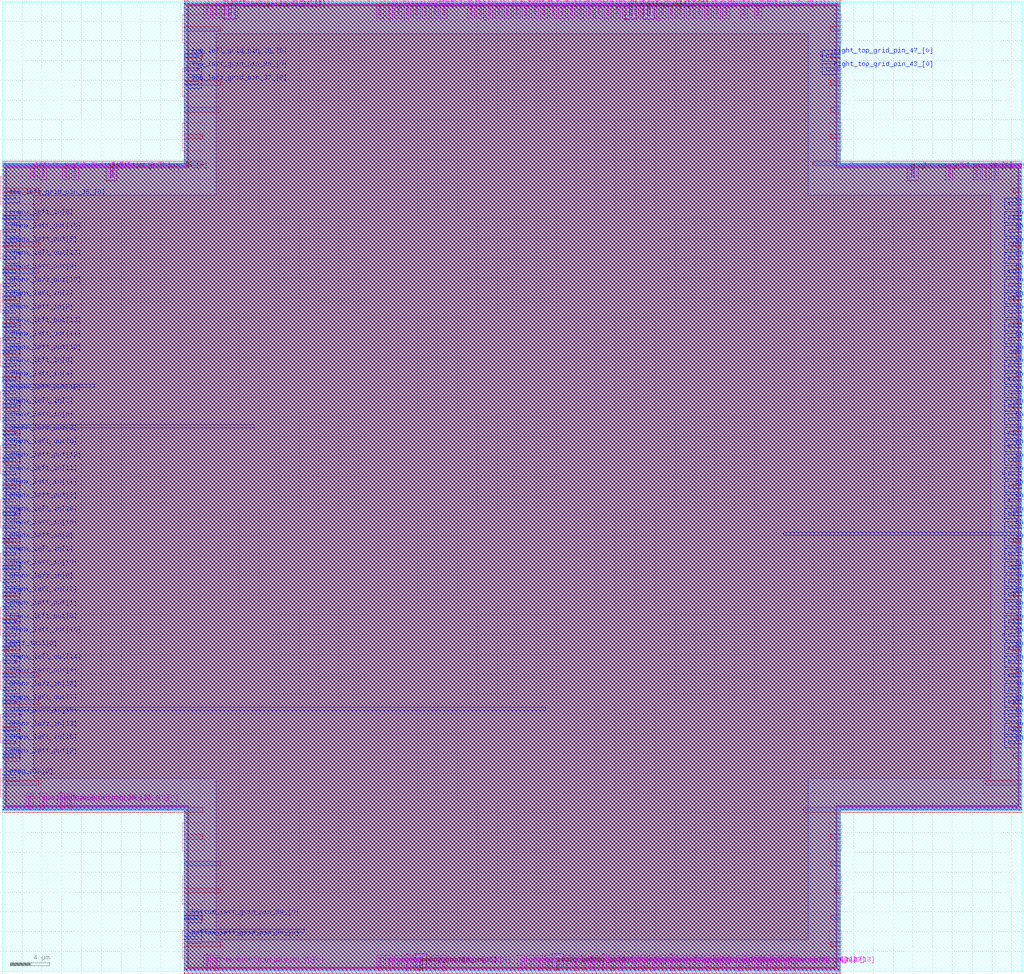
<source format=lef>
VERSION 5.7 ;
BUSBITCHARS "[]" ;

UNITS
  DATABASE MICRONS 1000 ;
END UNITS

MANUFACTURINGGRID 0.005 ;

LAYER nwell
  TYPE MASTERSLICE ;
END nwell

LAYER pwell
  TYPE MASTERSLICE ;
END pwell

LAYER fieldpoly
  TYPE MASTERSLICE ;
END fieldpoly

LAYER li1
  TYPE ROUTING ;
  DIRECTION VERTICAL ;
  PITCH 0.46 ;
  WIDTH 0.17 ;
END li1

LAYER mcon
  TYPE CUT ;
END mcon

LAYER met1
  TYPE ROUTING ;
  DIRECTION HORIZONTAL ;
  PITCH 0.34 ;
  WIDTH 0.14 ;
END met1

LAYER via
  TYPE CUT ;
END via

LAYER met2
  TYPE ROUTING ;
  DIRECTION VERTICAL ;
  PITCH 0.46 ;
  WIDTH 0.14 ;
END met2

LAYER via2
  TYPE CUT ;
END via2

LAYER met3
  TYPE ROUTING ;
  DIRECTION HORIZONTAL ;
  PITCH 0.68 ;
  WIDTH 0.3 ;
END met3

LAYER via3
  TYPE CUT ;
END via3

LAYER met4
  TYPE ROUTING ;
  DIRECTION VERTICAL ;
  PITCH 0.92 ;
  WIDTH 0.3 ;
END met4

LAYER via4
  TYPE CUT ;
END via4

LAYER met5
  TYPE ROUTING ;
  DIRECTION HORIZONTAL ;
  PITCH 3.4 ;
  WIDTH 1.6 ;
END met5

LAYER diff
  TYPE MASTERSLICE ;
END diff

LAYER licon1
  TYPE MASTERSLICE ;
END licon1

LAYER OVERLAP
  TYPE OVERLAP ;
END OVERLAP

VIA L1M1_PR
  LAYER li1 ;
    RECT -0.085 -0.085 0.085 0.085 ;
  LAYER mcon ;
    RECT -0.085 -0.085 0.085 0.085 ;
  LAYER met1 ;
    RECT -0.145 -0.115 0.145 0.115 ;
END L1M1_PR

VIA L1M1_PR_R
  LAYER li1 ;
    RECT -0.085 -0.085 0.085 0.085 ;
  LAYER mcon ;
    RECT -0.085 -0.085 0.085 0.085 ;
  LAYER met1 ;
    RECT -0.115 -0.145 0.115 0.145 ;
END L1M1_PR_R

VIA L1M1_PR_M
  LAYER li1 ;
    RECT -0.085 -0.085 0.085 0.085 ;
  LAYER mcon ;
    RECT -0.085 -0.085 0.085 0.085 ;
  LAYER met1 ;
    RECT -0.115 -0.145 0.115 0.145 ;
END L1M1_PR_M

VIA L1M1_PR_MR
  LAYER li1 ;
    RECT -0.085 -0.085 0.085 0.085 ;
  LAYER mcon ;
    RECT -0.085 -0.085 0.085 0.085 ;
  LAYER met1 ;
    RECT -0.145 -0.115 0.145 0.115 ;
END L1M1_PR_MR

VIA L1M1_PR_C
  LAYER li1 ;
    RECT -0.085 -0.085 0.085 0.085 ;
  LAYER mcon ;
    RECT -0.085 -0.085 0.085 0.085 ;
  LAYER met1 ;
    RECT -0.145 -0.145 0.145 0.145 ;
END L1M1_PR_C

VIA M1M2_PR
  LAYER met1 ;
    RECT -0.16 -0.13 0.16 0.13 ;
  LAYER via ;
    RECT -0.075 -0.075 0.075 0.075 ;
  LAYER met2 ;
    RECT -0.13 -0.16 0.13 0.16 ;
END M1M2_PR

VIA M1M2_PR_Enc
  LAYER met1 ;
    RECT -0.16 -0.13 0.16 0.13 ;
  LAYER via ;
    RECT -0.075 -0.075 0.075 0.075 ;
  LAYER met2 ;
    RECT -0.16 -0.13 0.16 0.13 ;
END M1M2_PR_Enc

VIA M1M2_PR_R
  LAYER met1 ;
    RECT -0.13 -0.16 0.13 0.16 ;
  LAYER via ;
    RECT -0.075 -0.075 0.075 0.075 ;
  LAYER met2 ;
    RECT -0.16 -0.13 0.16 0.13 ;
END M1M2_PR_R

VIA M1M2_PR_R_Enc
  LAYER met1 ;
    RECT -0.13 -0.16 0.13 0.16 ;
  LAYER via ;
    RECT -0.075 -0.075 0.075 0.075 ;
  LAYER met2 ;
    RECT -0.13 -0.16 0.13 0.16 ;
END M1M2_PR_R_Enc

VIA M1M2_PR_M
  LAYER met1 ;
    RECT -0.16 -0.13 0.16 0.13 ;
  LAYER via ;
    RECT -0.075 -0.075 0.075 0.075 ;
  LAYER met2 ;
    RECT -0.16 -0.13 0.16 0.13 ;
END M1M2_PR_M

VIA M1M2_PR_M_Enc
  LAYER met1 ;
    RECT -0.16 -0.13 0.16 0.13 ;
  LAYER via ;
    RECT -0.075 -0.075 0.075 0.075 ;
  LAYER met2 ;
    RECT -0.13 -0.16 0.13 0.16 ;
END M1M2_PR_M_Enc

VIA M1M2_PR_MR
  LAYER met1 ;
    RECT -0.13 -0.16 0.13 0.16 ;
  LAYER via ;
    RECT -0.075 -0.075 0.075 0.075 ;
  LAYER met2 ;
    RECT -0.13 -0.16 0.13 0.16 ;
END M1M2_PR_MR

VIA M1M2_PR_MR_Enc
  LAYER met1 ;
    RECT -0.13 -0.16 0.13 0.16 ;
  LAYER via ;
    RECT -0.075 -0.075 0.075 0.075 ;
  LAYER met2 ;
    RECT -0.16 -0.13 0.16 0.13 ;
END M1M2_PR_MR_Enc

VIA M1M2_PR_C
  LAYER met1 ;
    RECT -0.16 -0.16 0.16 0.16 ;
  LAYER via ;
    RECT -0.075 -0.075 0.075 0.075 ;
  LAYER met2 ;
    RECT -0.16 -0.16 0.16 0.16 ;
END M1M2_PR_C

VIA M2M3_PR
  LAYER met2 ;
    RECT -0.14 -0.185 0.14 0.185 ;
  LAYER via2 ;
    RECT -0.1 -0.1 0.1 0.1 ;
  LAYER met3 ;
    RECT -0.165 -0.165 0.165 0.165 ;
END M2M3_PR

VIA M2M3_PR_R
  LAYER met2 ;
    RECT -0.185 -0.14 0.185 0.14 ;
  LAYER via2 ;
    RECT -0.1 -0.1 0.1 0.1 ;
  LAYER met3 ;
    RECT -0.165 -0.165 0.165 0.165 ;
END M2M3_PR_R

VIA M2M3_PR_M
  LAYER met2 ;
    RECT -0.14 -0.185 0.14 0.185 ;
  LAYER via2 ;
    RECT -0.1 -0.1 0.1 0.1 ;
  LAYER met3 ;
    RECT -0.165 -0.165 0.165 0.165 ;
END M2M3_PR_M

VIA M2M3_PR_MR
  LAYER met2 ;
    RECT -0.185 -0.14 0.185 0.14 ;
  LAYER via2 ;
    RECT -0.1 -0.1 0.1 0.1 ;
  LAYER met3 ;
    RECT -0.165 -0.165 0.165 0.165 ;
END M2M3_PR_MR

VIA M2M3_PR_C
  LAYER met2 ;
    RECT -0.185 -0.185 0.185 0.185 ;
  LAYER via2 ;
    RECT -0.1 -0.1 0.1 0.1 ;
  LAYER met3 ;
    RECT -0.165 -0.165 0.165 0.165 ;
END M2M3_PR_C

VIA M3M4_PR
  LAYER met3 ;
    RECT -0.19 -0.16 0.19 0.16 ;
  LAYER via3 ;
    RECT -0.1 -0.1 0.1 0.1 ;
  LAYER met4 ;
    RECT -0.165 -0.165 0.165 0.165 ;
END M3M4_PR

VIA M3M4_PR_R
  LAYER met3 ;
    RECT -0.16 -0.19 0.16 0.19 ;
  LAYER via3 ;
    RECT -0.1 -0.1 0.1 0.1 ;
  LAYER met4 ;
    RECT -0.165 -0.165 0.165 0.165 ;
END M3M4_PR_R

VIA M3M4_PR_M
  LAYER met3 ;
    RECT -0.19 -0.16 0.19 0.16 ;
  LAYER via3 ;
    RECT -0.1 -0.1 0.1 0.1 ;
  LAYER met4 ;
    RECT -0.165 -0.165 0.165 0.165 ;
END M3M4_PR_M

VIA M3M4_PR_MR
  LAYER met3 ;
    RECT -0.16 -0.19 0.16 0.19 ;
  LAYER via3 ;
    RECT -0.1 -0.1 0.1 0.1 ;
  LAYER met4 ;
    RECT -0.165 -0.165 0.165 0.165 ;
END M3M4_PR_MR

VIA M3M4_PR_C
  LAYER met3 ;
    RECT -0.19 -0.19 0.19 0.19 ;
  LAYER via3 ;
    RECT -0.1 -0.1 0.1 0.1 ;
  LAYER met4 ;
    RECT -0.165 -0.165 0.165 0.165 ;
END M3M4_PR_C

VIA M4M5_PR
  LAYER met4 ;
    RECT -0.59 -0.59 0.59 0.59 ;
  LAYER via4 ;
    RECT -0.4 -0.4 0.4 0.4 ;
  LAYER met5 ;
    RECT -0.71 -0.71 0.71 0.71 ;
END M4M5_PR

VIA M4M5_PR_R
  LAYER met4 ;
    RECT -0.59 -0.59 0.59 0.59 ;
  LAYER via4 ;
    RECT -0.4 -0.4 0.4 0.4 ;
  LAYER met5 ;
    RECT -0.71 -0.71 0.71 0.71 ;
END M4M5_PR_R

VIA M4M5_PR_M
  LAYER met4 ;
    RECT -0.59 -0.59 0.59 0.59 ;
  LAYER via4 ;
    RECT -0.4 -0.4 0.4 0.4 ;
  LAYER met5 ;
    RECT -0.71 -0.71 0.71 0.71 ;
END M4M5_PR_M

VIA M4M5_PR_MR
  LAYER met4 ;
    RECT -0.59 -0.59 0.59 0.59 ;
  LAYER via4 ;
    RECT -0.4 -0.4 0.4 0.4 ;
  LAYER met5 ;
    RECT -0.71 -0.71 0.71 0.71 ;
END M4M5_PR_MR

VIA M4M5_PR_C
  LAYER met4 ;
    RECT -0.59 -0.59 0.59 0.59 ;
  LAYER via4 ;
    RECT -0.4 -0.4 0.4 0.4 ;
  LAYER met5 ;
    RECT -0.71 -0.71 0.71 0.71 ;
END M4M5_PR_C

SITE unit
  CLASS CORE ;
  SYMMETRY Y ;
  SIZE 0.46 BY 2.72 ;
END unit

SITE unithddbl
  CLASS CORE ;
  SIZE 0.46 BY 5.44 ;
END unithddbl

MACRO sb_1__1_
  CLASS BLOCK ;
  ORIGIN 0 0 ;
  SIZE 103.04 BY 97.92 ;
  SYMMETRY X Y ;
  PIN prog_clk[0]
    DIRECTION INPUT ;
    USE CLOCK ;
    PORT
      LAYER met3 ;
        RECT 0 19.57 1.38 19.87 ;
    END
  END prog_clk[0]
  PIN chany_top_in[0]
    DIRECTION INPUT ;
    USE SIGNAL ;
    PORT
      LAYER met2 ;
        RECT 51.91 96.56 52.05 97.92 ;
    END
  END chany_top_in[0]
  PIN chany_top_in[1]
    DIRECTION INPUT ;
    USE SIGNAL ;
    PORT
      LAYER met2 ;
        RECT 42.71 96.56 42.85 97.92 ;
    END
  END chany_top_in[1]
  PIN chany_top_in[2]
    DIRECTION INPUT ;
    USE SIGNAL ;
    PORT
      LAYER met2 ;
        RECT 60.19 96.56 60.33 97.92 ;
    END
  END chany_top_in[2]
  PIN chany_top_in[3]
    DIRECTION INPUT ;
    USE SIGNAL ;
    PORT
      LAYER met2 ;
        RECT 47.31 96.56 47.45 97.92 ;
    END
  END chany_top_in[3]
  PIN chany_top_in[4]
    DIRECTION INPUT ;
    USE SIGNAL ;
    PORT
      LAYER met4 ;
        RECT 63.33 96.56 63.63 97.92 ;
    END
  END chany_top_in[4]
  PIN chany_top_in[5]
    DIRECTION INPUT ;
    USE SIGNAL ;
    PORT
      LAYER met4 ;
        RECT 65.17 96.56 65.47 97.92 ;
    END
  END chany_top_in[5]
  PIN chany_top_in[6]
    DIRECTION INPUT ;
    USE SIGNAL ;
    PORT
      LAYER met2 ;
        RECT 63.87 96.56 64.01 97.92 ;
    END
  END chany_top_in[6]
  PIN chany_top_in[7]
    DIRECTION INPUT ;
    USE SIGNAL ;
    PORT
      LAYER met2 ;
        RECT 72.15 96.56 72.29 97.92 ;
    END
  END chany_top_in[7]
  PIN chany_top_in[8]
    DIRECTION INPUT ;
    USE SIGNAL ;
    PORT
      LAYER met2 ;
        RECT 50.99 96.56 51.13 97.92 ;
    END
  END chany_top_in[8]
  PIN chany_top_in[9]
    DIRECTION INPUT ;
    USE SIGNAL ;
    PORT
      LAYER met2 ;
        RECT 50.07 96.56 50.21 97.92 ;
    END
  END chany_top_in[9]
  PIN chany_top_in[10]
    DIRECTION INPUT ;
    USE SIGNAL ;
    PORT
      LAYER met2 ;
        RECT 64.79 96.56 64.93 97.92 ;
    END
  END chany_top_in[10]
  PIN chany_top_in[11]
    DIRECTION INPUT ;
    USE SIGNAL ;
    PORT
      LAYER met2 ;
        RECT 67.55 96.56 67.69 97.92 ;
    END
  END chany_top_in[11]
  PIN chany_top_in[12]
    DIRECTION INPUT ;
    USE SIGNAL ;
    PORT
      LAYER met2 ;
        RECT 70.31 96.56 70.45 97.92 ;
    END
  END chany_top_in[12]
  PIN chany_top_in[13]
    DIRECTION INPUT ;
    USE SIGNAL ;
    PORT
      LAYER met2 ;
        RECT 61.11 96.56 61.25 97.92 ;
    END
  END chany_top_in[13]
  PIN chany_top_in[14]
    DIRECTION INPUT ;
    USE SIGNAL ;
    PORT
      LAYER met2 ;
        RECT 68.47 96.56 68.61 97.92 ;
    END
  END chany_top_in[14]
  PIN chany_top_in[15]
    DIRECTION INPUT ;
    USE SIGNAL ;
    PORT
      LAYER met2 ;
        RECT 73.07 96.56 73.21 97.92 ;
    END
  END chany_top_in[15]
  PIN chany_top_in[16]
    DIRECTION INPUT ;
    USE SIGNAL ;
    PORT
      LAYER met2 ;
        RECT 58.35 96.56 58.49 97.92 ;
    END
  END chany_top_in[16]
  PIN chany_top_in[17]
    DIRECTION INPUT ;
    USE SIGNAL ;
    PORT
      LAYER met2 ;
        RECT 65.71 96.56 65.85 97.92 ;
    END
  END chany_top_in[17]
  PIN chany_top_in[18]
    DIRECTION INPUT ;
    USE SIGNAL ;
    PORT
      LAYER met2 ;
        RECT 57.43 96.56 57.57 97.92 ;
    END
  END chany_top_in[18]
  PIN chany_top_in[19]
    DIRECTION INPUT ;
    USE SIGNAL ;
    PORT
      LAYER met2 ;
        RECT 62.03 96.56 62.17 97.92 ;
    END
  END chany_top_in[19]
  PIN top_left_grid_pin_34_[0]
    DIRECTION INPUT ;
    USE SIGNAL ;
    PORT
      LAYER met2 ;
        RECT 7.29 80.24 7.43 81.6 ;
    END
  END top_left_grid_pin_34_[0]
  PIN top_left_grid_pin_35_[0]
    DIRECTION INPUT ;
    USE SIGNAL ;
    PORT
      LAYER met3 ;
        RECT 0 78.05 1.38 78.35 ;
    END
  END top_left_grid_pin_35_[0]
  PIN top_left_grid_pin_36_[0]
    DIRECTION INPUT ;
    USE SIGNAL ;
    PORT
      LAYER met3 ;
        RECT 18.4 90.97 19.78 91.27 ;
    END
  END top_left_grid_pin_36_[0]
  PIN top_left_grid_pin_37_[0]
    DIRECTION INPUT ;
    USE SIGNAL ;
    PORT
      LAYER met3 ;
        RECT 18.4 89.61 19.78 89.91 ;
    END
  END top_left_grid_pin_37_[0]
  PIN top_left_grid_pin_38_[0]
    DIRECTION INPUT ;
    USE SIGNAL ;
    PORT
      LAYER met3 ;
        RECT 18.4 92.33 19.78 92.63 ;
    END
  END top_left_grid_pin_38_[0]
  PIN top_left_grid_pin_39_[0]
    DIRECTION INPUT ;
    USE SIGNAL ;
    PORT
      LAYER met2 ;
        RECT 20.63 96.56 20.77 97.92 ;
    END
  END top_left_grid_pin_39_[0]
  PIN top_left_grid_pin_40_[0]
    DIRECTION INPUT ;
    USE SIGNAL ;
    PORT
      LAYER met2 ;
        RECT 21.55 96.56 21.69 97.92 ;
    END
  END top_left_grid_pin_40_[0]
  PIN top_left_grid_pin_41_[0]
    DIRECTION INPUT ;
    USE SIGNAL ;
    PORT
      LAYER met2 ;
        RECT 6.37 80.24 6.51 81.6 ;
    END
  END top_left_grid_pin_41_[0]
  PIN chanx_right_in[0]
    DIRECTION INPUT ;
    USE SIGNAL ;
    PORT
      LAYER met3 ;
        RECT 101.66 46.09 103.04 46.39 ;
    END
  END chanx_right_in[0]
  PIN chanx_right_in[1]
    DIRECTION INPUT ;
    USE SIGNAL ;
    PORT
      LAYER met3 ;
        RECT 101.66 56.97 103.04 57.27 ;
    END
  END chanx_right_in[1]
  PIN chanx_right_in[2]
    DIRECTION INPUT ;
    USE SIGNAL ;
    PORT
      LAYER met3 ;
        RECT 101.66 39.29 103.04 39.59 ;
    END
  END chanx_right_in[2]
  PIN chanx_right_in[3]
    DIRECTION INPUT ;
    USE SIGNAL ;
    PORT
      LAYER met3 ;
        RECT 101.66 25.69 103.04 25.99 ;
    END
  END chanx_right_in[3]
  PIN chanx_right_in[4]
    DIRECTION INPUT ;
    USE SIGNAL ;
    PORT
      LAYER met3 ;
        RECT 101.66 44.73 103.04 45.03 ;
    END
  END chanx_right_in[4]
  PIN chanx_right_in[5]
    DIRECTION INPUT ;
    USE SIGNAL ;
    PORT
      LAYER met3 ;
        RECT 101.66 55.61 103.04 55.91 ;
    END
  END chanx_right_in[5]
  PIN chanx_right_in[6]
    DIRECTION INPUT ;
    USE SIGNAL ;
    PORT
      LAYER met3 ;
        RECT 101.66 65.13 103.04 65.43 ;
    END
  END chanx_right_in[6]
  PIN chanx_right_in[7]
    DIRECTION INPUT ;
    USE SIGNAL ;
    PORT
      LAYER met3 ;
        RECT 101.66 67.85 103.04 68.15 ;
    END
  END chanx_right_in[7]
  PIN chanx_right_in[8]
    DIRECTION INPUT ;
    USE SIGNAL ;
    PORT
      LAYER met3 ;
        RECT 101.66 40.65 103.04 40.95 ;
    END
  END chanx_right_in[8]
  PIN chanx_right_in[9]
    DIRECTION INPUT ;
    USE SIGNAL ;
    PORT
      LAYER met3 ;
        RECT 101.66 51.53 103.04 51.83 ;
    END
  END chanx_right_in[9]
  PIN chanx_right_in[10]
    DIRECTION INPUT ;
    USE SIGNAL ;
    PORT
      LAYER met3 ;
        RECT 101.66 35.21 103.04 35.51 ;
    END
  END chanx_right_in[10]
  PIN chanx_right_in[11]
    DIRECTION INPUT ;
    USE SIGNAL ;
    PORT
      LAYER met3 ;
        RECT 101.66 24.33 103.04 24.63 ;
    END
  END chanx_right_in[11]
  PIN chanx_right_in[12]
    DIRECTION INPUT ;
    USE SIGNAL ;
    PORT
      LAYER met3 ;
        RECT 101.66 62.41 103.04 62.71 ;
    END
  END chanx_right_in[12]
  PIN chanx_right_in[13]
    DIRECTION INPUT ;
    USE SIGNAL ;
    PORT
      LAYER met3 ;
        RECT 101.66 76.01 103.04 76.31 ;
    END
  END chanx_right_in[13]
  PIN chanx_right_in[14]
    DIRECTION INPUT ;
    USE SIGNAL ;
    PORT
      LAYER met3 ;
        RECT 101.66 63.77 103.04 64.07 ;
    END
  END chanx_right_in[14]
  PIN chanx_right_in[15]
    DIRECTION INPUT ;
    USE SIGNAL ;
    PORT
      LAYER met3 ;
        RECT 101.66 27.05 103.04 27.35 ;
    END
  END chanx_right_in[15]
  PIN chanx_right_in[16]
    DIRECTION INPUT ;
    USE SIGNAL ;
    PORT
      LAYER met3 ;
        RECT 101.66 43.37 103.04 43.67 ;
    END
  END chanx_right_in[16]
  PIN chanx_right_in[17]
    DIRECTION INPUT ;
    USE SIGNAL ;
    PORT
      LAYER met3 ;
        RECT 101.66 22.97 103.04 23.27 ;
    END
  END chanx_right_in[17]
  PIN chanx_right_in[18]
    DIRECTION INPUT ;
    USE SIGNAL ;
    PORT
      LAYER met3 ;
        RECT 101.66 58.33 103.04 58.63 ;
    END
  END chanx_right_in[18]
  PIN chanx_right_in[19]
    DIRECTION INPUT ;
    USE SIGNAL ;
    PORT
      LAYER met3 ;
        RECT 101.66 61.05 103.04 61.35 ;
    END
  END chanx_right_in[19]
  PIN right_top_grid_pin_42_[0]
    DIRECTION INPUT ;
    USE SIGNAL ;
    PORT
      LAYER met2 ;
        RECT 95.61 80.24 95.75 81.6 ;
    END
  END right_top_grid_pin_42_[0]
  PIN right_top_grid_pin_43_[0]
    DIRECTION INPUT ;
    USE SIGNAL ;
    PORT
      LAYER met3 ;
        RECT 83.26 90.97 84.64 91.27 ;
    END
  END right_top_grid_pin_43_[0]
  PIN right_top_grid_pin_44_[0]
    DIRECTION INPUT ;
    USE SIGNAL ;
    PORT
      LAYER met2 ;
        RECT 91.93 80.24 92.07 81.6 ;
    END
  END right_top_grid_pin_44_[0]
  PIN right_top_grid_pin_45_[0]
    DIRECTION INPUT ;
    USE SIGNAL ;
    PORT
      LAYER met2 ;
        RECT 99.29 80.24 99.43 81.6 ;
    END
  END right_top_grid_pin_45_[0]
  PIN right_top_grid_pin_46_[0]
    DIRECTION INPUT ;
    USE SIGNAL ;
    PORT
      LAYER met2 ;
        RECT 98.37 80.24 98.51 81.6 ;
    END
  END right_top_grid_pin_46_[0]
  PIN right_top_grid_pin_47_[0]
    DIRECTION INPUT ;
    USE SIGNAL ;
    PORT
      LAYER met3 ;
        RECT 83.26 92.33 84.64 92.63 ;
    END
  END right_top_grid_pin_47_[0]
  PIN right_top_grid_pin_48_[0]
    DIRECTION INPUT ;
    USE SIGNAL ;
    PORT
      LAYER met4 ;
        RECT 91.85 80.24 92.15 81.6 ;
    END
  END right_top_grid_pin_48_[0]
  PIN right_top_grid_pin_49_[0]
    DIRECTION INPUT ;
    USE SIGNAL ;
    PORT
      LAYER met2 ;
        RECT 100.21 80.24 100.35 81.6 ;
    END
  END right_top_grid_pin_49_[0]
  PIN chany_bottom_in[0]
    DIRECTION INPUT ;
    USE SIGNAL ;
    PORT
      LAYER met4 ;
        RECT 55.97 0 56.27 1.36 ;
    END
  END chany_bottom_in[0]
  PIN chany_bottom_in[1]
    DIRECTION INPUT ;
    USE SIGNAL ;
    PORT
      LAYER met2 ;
        RECT 44.55 0 44.69 1.36 ;
    END
  END chany_bottom_in[1]
  PIN chany_bottom_in[2]
    DIRECTION INPUT ;
    USE SIGNAL ;
    PORT
      LAYER met2 ;
        RECT 71.23 0 71.37 1.36 ;
    END
  END chany_bottom_in[2]
  PIN chany_bottom_in[3]
    DIRECTION INPUT ;
    USE SIGNAL ;
    PORT
      LAYER met2 ;
        RECT 76.29 0 76.43 1.36 ;
    END
  END chany_bottom_in[3]
  PIN chany_bottom_in[4]
    DIRECTION INPUT ;
    USE SIGNAL ;
    PORT
      LAYER met2 ;
        RECT 58.81 0 58.95 1.36 ;
    END
  END chany_bottom_in[4]
  PIN chany_bottom_in[5]
    DIRECTION INPUT ;
    USE SIGNAL ;
    PORT
      LAYER met2 ;
        RECT 65.71 0 65.85 1.36 ;
    END
  END chany_bottom_in[5]
  PIN chany_bottom_in[6]
    DIRECTION INPUT ;
    USE SIGNAL ;
    PORT
      LAYER met2 ;
        RECT 63.87 0 64.01 1.36 ;
    END
  END chany_bottom_in[6]
  PIN chany_bottom_in[7]
    DIRECTION INPUT ;
    USE SIGNAL ;
    PORT
      LAYER met2 ;
        RECT 53.29 0 53.43 1.36 ;
    END
  END chany_bottom_in[7]
  PIN chany_bottom_in[8]
    DIRECTION INPUT ;
    USE SIGNAL ;
    PORT
      LAYER met2 ;
        RECT 73.07 0 73.21 1.36 ;
    END
  END chany_bottom_in[8]
  PIN chany_bottom_in[9]
    DIRECTION INPUT ;
    USE SIGNAL ;
    PORT
      LAYER met2 ;
        RECT 52.37 0 52.51 1.36 ;
    END
  END chany_bottom_in[9]
  PIN chany_bottom_in[10]
    DIRECTION INPUT ;
    USE SIGNAL ;
    PORT
      LAYER met2 ;
        RECT 57.89 0 58.03 1.36 ;
    END
  END chany_bottom_in[10]
  PIN chany_bottom_in[11]
    DIRECTION INPUT ;
    USE SIGNAL ;
    PORT
      LAYER met2 ;
        RECT 70.31 0 70.45 1.36 ;
    END
  END chany_bottom_in[11]
  PIN chany_bottom_in[12]
    DIRECTION INPUT ;
    USE SIGNAL ;
    PORT
      LAYER met2 ;
        RECT 61.57 0 61.71 1.36 ;
    END
  END chany_bottom_in[12]
  PIN chany_bottom_in[13]
    DIRECTION INPUT ;
    USE SIGNAL ;
    PORT
      LAYER met2 ;
        RECT 55.13 0 55.27 1.36 ;
    END
  END chany_bottom_in[13]
  PIN chany_bottom_in[14]
    DIRECTION INPUT ;
    USE SIGNAL ;
    PORT
      LAYER met2 ;
        RECT 56.05 0 56.19 1.36 ;
    END
  END chany_bottom_in[14]
  PIN chany_bottom_in[15]
    DIRECTION INPUT ;
    USE SIGNAL ;
    PORT
      LAYER met4 ;
        RECT 42.17 0 42.47 1.36 ;
    END
  END chany_bottom_in[15]
  PIN chany_bottom_in[16]
    DIRECTION INPUT ;
    USE SIGNAL ;
    PORT
      LAYER met2 ;
        RECT 60.65 0 60.79 1.36 ;
    END
  END chany_bottom_in[16]
  PIN chany_bottom_in[17]
    DIRECTION INPUT ;
    USE SIGNAL ;
    PORT
      LAYER met2 ;
        RECT 72.15 0 72.29 1.36 ;
    END
  END chany_bottom_in[17]
  PIN chany_bottom_in[18]
    DIRECTION INPUT ;
    USE SIGNAL ;
    PORT
      LAYER met2 ;
        RECT 62.49 0 62.63 1.36 ;
    END
  END chany_bottom_in[18]
  PIN chany_bottom_in[19]
    DIRECTION INPUT ;
    USE SIGNAL ;
    PORT
      LAYER met2 ;
        RECT 69.39 0 69.53 1.36 ;
    END
  END chany_bottom_in[19]
  PIN bottom_left_grid_pin_34_[0]
    DIRECTION INPUT ;
    USE SIGNAL ;
    PORT
      LAYER met3 ;
        RECT 18.4 3.25 19.78 3.55 ;
    END
  END bottom_left_grid_pin_34_[0]
  PIN bottom_left_grid_pin_35_[0]
    DIRECTION INPUT ;
    USE SIGNAL ;
    PORT
      LAYER met2 ;
        RECT 4.07 16.32 4.21 17.68 ;
    END
  END bottom_left_grid_pin_35_[0]
  PIN bottom_left_grid_pin_36_[0]
    DIRECTION INPUT ;
    USE SIGNAL ;
    PORT
      LAYER met2 ;
        RECT 5.91 16.32 6.05 17.68 ;
    END
  END bottom_left_grid_pin_36_[0]
  PIN bottom_left_grid_pin_37_[0]
    DIRECTION INPUT ;
    USE SIGNAL ;
    PORT
      LAYER met2 ;
        RECT 21.55 0 21.69 1.36 ;
    END
  END bottom_left_grid_pin_37_[0]
  PIN bottom_left_grid_pin_38_[0]
    DIRECTION INPUT ;
    USE SIGNAL ;
    PORT
      LAYER met2 ;
        RECT 20.63 0 20.77 1.36 ;
    END
  END bottom_left_grid_pin_38_[0]
  PIN bottom_left_grid_pin_39_[0]
    DIRECTION INPUT ;
    USE SIGNAL ;
    PORT
      LAYER met3 ;
        RECT 18.4 5.29 19.78 5.59 ;
    END
  END bottom_left_grid_pin_39_[0]
  PIN bottom_left_grid_pin_40_[0]
    DIRECTION INPUT ;
    USE SIGNAL ;
    PORT
      LAYER met2 ;
        RECT 6.83 16.32 6.97 17.68 ;
    END
  END bottom_left_grid_pin_40_[0]
  PIN bottom_left_grid_pin_41_[0]
    DIRECTION INPUT ;
    USE SIGNAL ;
    PORT
      LAYER met2 ;
        RECT 2.69 16.32 2.83 17.68 ;
    END
  END bottom_left_grid_pin_41_[0]
  PIN chanx_left_in[0]
    DIRECTION INPUT ;
    USE SIGNAL ;
    PORT
      LAYER met3 ;
        RECT 0 39.29 1.38 39.59 ;
    END
  END chanx_left_in[0]
  PIN chanx_left_in[1]
    DIRECTION INPUT ;
    USE SIGNAL ;
    PORT
      LAYER met3 ;
        RECT 0 42.01 1.38 42.31 ;
    END
  END chanx_left_in[1]
  PIN chanx_left_in[2]
    DIRECTION INPUT ;
    USE SIGNAL ;
    PORT
      LAYER met3 ;
        RECT 0 43.37 1.38 43.67 ;
    END
  END chanx_left_in[2]
  PIN chanx_left_in[3]
    DIRECTION INPUT ;
    USE SIGNAL ;
    PORT
      LAYER met3 ;
        RECT 0 56.97 1.38 57.27 ;
    END
  END chanx_left_in[3]
  PIN chanx_left_in[4]
    DIRECTION INPUT ;
    USE SIGNAL ;
    PORT
      LAYER met3 ;
        RECT 0 59.69 1.38 59.99 ;
    END
  END chanx_left_in[4]
  PIN chanx_left_in[5]
    DIRECTION INPUT ;
    USE SIGNAL ;
    PORT
      LAYER met3 ;
        RECT 0 76.01 1.38 76.31 ;
    END
  END chanx_left_in[5]
  PIN chanx_left_in[6]
    DIRECTION INPUT ;
    USE SIGNAL ;
    PORT
      LAYER met3 ;
        RECT 0 55.61 1.38 55.91 ;
    END
  END chanx_left_in[6]
  PIN chanx_left_in[7]
    DIRECTION INPUT ;
    USE SIGNAL ;
    PORT
      LAYER met3 ;
        RECT 0 67.85 1.38 68.15 ;
    END
  END chanx_left_in[7]
  PIN chanx_left_in[8]
    DIRECTION INPUT ;
    USE SIGNAL ;
    PORT
      LAYER met3 ;
        RECT 0 61.05 1.38 61.35 ;
    END
  END chanx_left_in[8]
  PIN chanx_left_in[9]
    DIRECTION INPUT ;
    USE SIGNAL ;
    PORT
      LAYER met3 ;
        RECT 0 66.49 1.38 66.79 ;
    END
  END chanx_left_in[9]
  PIN chanx_left_in[10]
    DIRECTION INPUT ;
    USE SIGNAL ;
    PORT
      LAYER met3 ;
        RECT 0 40.65 1.38 40.95 ;
    END
  END chanx_left_in[10]
  PIN chanx_left_in[11]
    DIRECTION INPUT ;
    USE SIGNAL ;
    PORT
      LAYER met3 ;
        RECT 0 50.17 1.38 50.47 ;
    END
  END chanx_left_in[11]
  PIN chanx_left_in[12]
    DIRECTION INPUT ;
    USE SIGNAL ;
    PORT
      LAYER met3 ;
        RECT 0 37.93 1.38 38.23 ;
    END
  END chanx_left_in[12]
  PIN chanx_left_in[13]
    DIRECTION INPUT ;
    USE SIGNAL ;
    PORT
      LAYER met3 ;
        RECT 0 24.33 1.38 24.63 ;
    END
  END chanx_left_in[13]
  PIN chanx_left_in[14]
    DIRECTION INPUT ;
    USE SIGNAL ;
    PORT
      LAYER met3 ;
        RECT 0 28.41 1.38 28.71 ;
    END
  END chanx_left_in[14]
  PIN chanx_left_in[15]
    DIRECTION INPUT ;
    USE SIGNAL ;
    PORT
      LAYER met3 ;
        RECT 0 25.69 1.38 25.99 ;
    END
  END chanx_left_in[15]
  PIN chanx_left_in[16]
    DIRECTION INPUT ;
    USE SIGNAL ;
    PORT
      LAYER met3 ;
        RECT 0 44.73 1.38 45.03 ;
    END
  END chanx_left_in[16]
  PIN chanx_left_in[17]
    DIRECTION INPUT ;
    USE SIGNAL ;
    PORT
      LAYER met3 ;
        RECT 0 48.81 1.38 49.11 ;
    END
  END chanx_left_in[17]
  PIN chanx_left_in[18]
    DIRECTION INPUT ;
    USE SIGNAL ;
    PORT
      LAYER met3 ;
        RECT 0 22.97 1.38 23.27 ;
    END
  END chanx_left_in[18]
  PIN chanx_left_in[19]
    DIRECTION INPUT ;
    USE SIGNAL ;
    PORT
      LAYER met3 ;
        RECT 0 46.09 1.38 46.39 ;
    END
  END chanx_left_in[19]
  PIN left_top_grid_pin_42_[0]
    DIRECTION INPUT ;
    USE SIGNAL ;
    PORT
      LAYER met2 ;
        RECT 23.39 96.56 23.53 97.92 ;
    END
  END left_top_grid_pin_42_[0]
  PIN left_top_grid_pin_43_[0]
    DIRECTION INPUT ;
    USE SIGNAL ;
    PORT
      LAYER met2 ;
        RECT 44.55 96.56 44.69 97.92 ;
    END
  END left_top_grid_pin_43_[0]
  PIN left_top_grid_pin_44_[0]
    DIRECTION INPUT ;
    USE SIGNAL ;
    PORT
      LAYER met4 ;
        RECT 22.85 96.56 23.15 97.92 ;
    END
  END left_top_grid_pin_44_[0]
  PIN left_top_grid_pin_45_[0]
    DIRECTION INPUT ;
    USE SIGNAL ;
    PORT
      LAYER met4 ;
        RECT 10.89 80.24 11.19 81.6 ;
    END
  END left_top_grid_pin_45_[0]
  PIN left_top_grid_pin_46_[0]
    DIRECTION INPUT ;
    USE SIGNAL ;
    PORT
      LAYER met2 ;
        RECT 10.97 80.24 11.11 81.6 ;
    END
  END left_top_grid_pin_46_[0]
  PIN left_top_grid_pin_47_[0]
    DIRECTION INPUT ;
    USE SIGNAL ;
    PORT
      LAYER met2 ;
        RECT 3.15 80.24 3.29 81.6 ;
    END
  END left_top_grid_pin_47_[0]
  PIN left_top_grid_pin_48_[0]
    DIRECTION INPUT ;
    USE SIGNAL ;
    PORT
      LAYER met2 ;
        RECT 22.47 96.56 22.61 97.92 ;
    END
  END left_top_grid_pin_48_[0]
  PIN left_top_grid_pin_49_[0]
    DIRECTION INPUT ;
    USE SIGNAL ;
    PORT
      LAYER met2 ;
        RECT 4.07 80.24 4.21 81.6 ;
    END
  END left_top_grid_pin_49_[0]
  PIN ccff_head[0]
    DIRECTION INPUT ;
    USE SIGNAL ;
    PORT
      LAYER met3 ;
        RECT 101.66 77.37 103.04 77.67 ;
    END
  END ccff_head[0]
  PIN chany_top_out[0]
    DIRECTION OUTPUT ;
    USE SIGNAL ;
    PORT
      LAYER met2 ;
        RECT 39.95 96.56 40.09 97.92 ;
    END
  END chany_top_out[0]
  PIN chany_top_out[1]
    DIRECTION OUTPUT ;
    USE SIGNAL ;
    PORT
      LAYER met2 ;
        RECT 39.03 96.56 39.17 97.92 ;
    END
  END chany_top_out[1]
  PIN chany_top_out[2]
    DIRECTION OUTPUT ;
    USE SIGNAL ;
    PORT
      LAYER met2 ;
        RECT 41.79 96.56 41.93 97.92 ;
    END
  END chany_top_out[2]
  PIN chany_top_out[3]
    DIRECTION OUTPUT ;
    USE SIGNAL ;
    PORT
      LAYER met2 ;
        RECT 49.15 96.56 49.29 97.92 ;
    END
  END chany_top_out[3]
  PIN chany_top_out[4]
    DIRECTION OUTPUT ;
    USE SIGNAL ;
    PORT
      LAYER met2 ;
        RECT 62.95 96.56 63.09 97.92 ;
    END
  END chany_top_out[4]
  PIN chany_top_out[5]
    DIRECTION OUTPUT ;
    USE SIGNAL ;
    PORT
      LAYER met2 ;
        RECT 69.39 96.56 69.53 97.92 ;
    END
  END chany_top_out[5]
  PIN chany_top_out[6]
    DIRECTION OUTPUT ;
    USE SIGNAL ;
    PORT
      LAYER met2 ;
        RECT 71.23 96.56 71.37 97.92 ;
    END
  END chany_top_out[6]
  PIN chany_top_out[7]
    DIRECTION OUTPUT ;
    USE SIGNAL ;
    PORT
      LAYER met2 ;
        RECT 48.23 96.56 48.37 97.92 ;
    END
  END chany_top_out[7]
  PIN chany_top_out[8]
    DIRECTION OUTPUT ;
    USE SIGNAL ;
    PORT
      LAYER met2 ;
        RECT 40.87 96.56 41.01 97.92 ;
    END
  END chany_top_out[8]
  PIN chany_top_out[9]
    DIRECTION OUTPUT ;
    USE SIGNAL ;
    PORT
      LAYER met2 ;
        RECT 56.51 96.56 56.65 97.92 ;
    END
  END chany_top_out[9]
  PIN chany_top_out[10]
    DIRECTION OUTPUT ;
    USE SIGNAL ;
    PORT
      LAYER met2 ;
        RECT 52.83 96.56 52.97 97.92 ;
    END
  END chany_top_out[10]
  PIN chany_top_out[11]
    DIRECTION OUTPUT ;
    USE SIGNAL ;
    PORT
      LAYER met2 ;
        RECT 54.67 96.56 54.81 97.92 ;
    END
  END chany_top_out[11]
  PIN chany_top_out[12]
    DIRECTION OUTPUT ;
    USE SIGNAL ;
    PORT
      LAYER met2 ;
        RECT 59.27 96.56 59.41 97.92 ;
    END
  END chany_top_out[12]
  PIN chany_top_out[13]
    DIRECTION OUTPUT ;
    USE SIGNAL ;
    PORT
      LAYER met2 ;
        RECT 74.91 96.56 75.05 97.92 ;
    END
  END chany_top_out[13]
  PIN chany_top_out[14]
    DIRECTION OUTPUT ;
    USE SIGNAL ;
    PORT
      LAYER met2 ;
        RECT 55.59 96.56 55.73 97.92 ;
    END
  END chany_top_out[14]
  PIN chany_top_out[15]
    DIRECTION OUTPUT ;
    USE SIGNAL ;
    PORT
      LAYER met2 ;
        RECT 38.11 96.56 38.25 97.92 ;
    END
  END chany_top_out[15]
  PIN chany_top_out[16]
    DIRECTION OUTPUT ;
    USE SIGNAL ;
    PORT
      LAYER met2 ;
        RECT 66.63 96.56 66.77 97.92 ;
    END
  END chany_top_out[16]
  PIN chany_top_out[17]
    DIRECTION OUTPUT ;
    USE SIGNAL ;
    PORT
      LAYER met2 ;
        RECT 76.29 96.56 76.43 97.92 ;
    END
  END chany_top_out[17]
  PIN chany_top_out[18]
    DIRECTION OUTPUT ;
    USE SIGNAL ;
    PORT
      LAYER met2 ;
        RECT 53.75 96.56 53.89 97.92 ;
    END
  END chany_top_out[18]
  PIN chany_top_out[19]
    DIRECTION OUTPUT ;
    USE SIGNAL ;
    PORT
      LAYER met2 ;
        RECT 43.63 96.56 43.77 97.92 ;
    END
  END chany_top_out[19]
  PIN chanx_right_out[0]
    DIRECTION OUTPUT ;
    USE SIGNAL ;
    PORT
      LAYER met3 ;
        RECT 101.66 33.85 103.04 34.15 ;
    END
  END chanx_right_out[0]
  PIN chanx_right_out[1]
    DIRECTION OUTPUT ;
    USE SIGNAL ;
    PORT
      LAYER met3 ;
        RECT 101.66 42.01 103.04 42.31 ;
    END
  END chanx_right_out[1]
  PIN chanx_right_out[2]
    DIRECTION OUTPUT ;
    USE SIGNAL ;
    PORT
      LAYER met3 ;
        RECT 101.66 28.41 103.04 28.71 ;
    END
  END chanx_right_out[2]
  PIN chanx_right_out[3]
    DIRECTION OUTPUT ;
    USE SIGNAL ;
    PORT
      LAYER met3 ;
        RECT 101.66 47.45 103.04 47.75 ;
    END
  END chanx_right_out[3]
  PIN chanx_right_out[4]
    DIRECTION OUTPUT ;
    USE SIGNAL ;
    PORT
      LAYER met3 ;
        RECT 101.66 32.49 103.04 32.79 ;
    END
  END chanx_right_out[4]
  PIN chanx_right_out[5]
    DIRECTION OUTPUT ;
    USE SIGNAL ;
    PORT
      LAYER met3 ;
        RECT 101.66 69.21 103.04 69.51 ;
    END
  END chanx_right_out[5]
  PIN chanx_right_out[6]
    DIRECTION OUTPUT ;
    USE SIGNAL ;
    PORT
      LAYER met3 ;
        RECT 101.66 59.69 103.04 59.99 ;
    END
  END chanx_right_out[6]
  PIN chanx_right_out[7]
    DIRECTION OUTPUT ;
    USE SIGNAL ;
    PORT
      LAYER met3 ;
        RECT 101.66 54.25 103.04 54.55 ;
    END
  END chanx_right_out[7]
  PIN chanx_right_out[8]
    DIRECTION OUTPUT ;
    USE SIGNAL ;
    PORT
      LAYER met3 ;
        RECT 101.66 48.81 103.04 49.11 ;
    END
  END chanx_right_out[8]
  PIN chanx_right_out[9]
    DIRECTION OUTPUT ;
    USE SIGNAL ;
    PORT
      LAYER met3 ;
        RECT 101.66 71.93 103.04 72.23 ;
    END
  END chanx_right_out[9]
  PIN chanx_right_out[10]
    DIRECTION OUTPUT ;
    USE SIGNAL ;
    PORT
      LAYER met3 ;
        RECT 101.66 29.77 103.04 30.07 ;
    END
  END chanx_right_out[10]
  PIN chanx_right_out[11]
    DIRECTION OUTPUT ;
    USE SIGNAL ;
    PORT
      LAYER met3 ;
        RECT 101.66 50.17 103.04 50.47 ;
    END
  END chanx_right_out[11]
  PIN chanx_right_out[12]
    DIRECTION OUTPUT ;
    USE SIGNAL ;
    PORT
      LAYER met3 ;
        RECT 101.66 37.93 103.04 38.23 ;
    END
  END chanx_right_out[12]
  PIN chanx_right_out[13]
    DIRECTION OUTPUT ;
    USE SIGNAL ;
    PORT
      LAYER met3 ;
        RECT 101.66 31.13 103.04 31.43 ;
    END
  END chanx_right_out[13]
  PIN chanx_right_out[14]
    DIRECTION OUTPUT ;
    USE SIGNAL ;
    PORT
      LAYER met3 ;
        RECT 101.66 52.89 103.04 53.19 ;
    END
  END chanx_right_out[14]
  PIN chanx_right_out[15]
    DIRECTION OUTPUT ;
    USE SIGNAL ;
    PORT
      LAYER met3 ;
        RECT 101.66 70.57 103.04 70.87 ;
    END
  END chanx_right_out[15]
  PIN chanx_right_out[16]
    DIRECTION OUTPUT ;
    USE SIGNAL ;
    PORT
      LAYER met3 ;
        RECT 101.66 36.57 103.04 36.87 ;
    END
  END chanx_right_out[16]
  PIN chanx_right_out[17]
    DIRECTION OUTPUT ;
    USE SIGNAL ;
    PORT
      LAYER met3 ;
        RECT 101.66 74.65 103.04 74.95 ;
    END
  END chanx_right_out[17]
  PIN chanx_right_out[18]
    DIRECTION OUTPUT ;
    USE SIGNAL ;
    PORT
      LAYER met3 ;
        RECT 101.66 66.49 103.04 66.79 ;
    END
  END chanx_right_out[18]
  PIN chanx_right_out[19]
    DIRECTION OUTPUT ;
    USE SIGNAL ;
    PORT
      LAYER met3 ;
        RECT 101.66 73.29 103.04 73.59 ;
    END
  END chanx_right_out[19]
  PIN chany_bottom_out[0]
    DIRECTION OUTPUT ;
    USE SIGNAL ;
    PORT
      LAYER met2 ;
        RECT 39.95 0 40.09 1.36 ;
    END
  END chany_bottom_out[0]
  PIN chany_bottom_out[1]
    DIRECTION OUTPUT ;
    USE SIGNAL ;
    PORT
      LAYER met2 ;
        RECT 38.11 0 38.25 1.36 ;
    END
  END chany_bottom_out[1]
  PIN chany_bottom_out[2]
    DIRECTION OUTPUT ;
    USE SIGNAL ;
    PORT
      LAYER met2 ;
        RECT 42.71 0 42.85 1.36 ;
    END
  END chany_bottom_out[2]
  PIN chany_bottom_out[3]
    DIRECTION OUTPUT ;
    USE SIGNAL ;
    PORT
      LAYER met2 ;
        RECT 54.21 0 54.35 1.36 ;
    END
  END chany_bottom_out[3]
  PIN chany_bottom_out[4]
    DIRECTION OUTPUT ;
    USE SIGNAL ;
    PORT
      LAYER met2 ;
        RECT 67.55 0 67.69 1.36 ;
    END
  END chany_bottom_out[4]
  PIN chany_bottom_out[5]
    DIRECTION OUTPUT ;
    USE SIGNAL ;
    PORT
      LAYER met2 ;
        RECT 64.79 0 64.93 1.36 ;
    END
  END chany_bottom_out[5]
  PIN chany_bottom_out[6]
    DIRECTION OUTPUT ;
    USE SIGNAL ;
    PORT
      LAYER met2 ;
        RECT 66.63 0 66.77 1.36 ;
    END
  END chany_bottom_out[6]
  PIN chany_bottom_out[7]
    DIRECTION OUTPUT ;
    USE SIGNAL ;
    PORT
      LAYER met2 ;
        RECT 39.03 0 39.17 1.36 ;
    END
  END chany_bottom_out[7]
  PIN chany_bottom_out[8]
    DIRECTION OUTPUT ;
    USE SIGNAL ;
    PORT
      LAYER met2 ;
        RECT 74.45 0 74.59 1.36 ;
    END
  END chany_bottom_out[8]
  PIN chany_bottom_out[9]
    DIRECTION OUTPUT ;
    USE SIGNAL ;
    PORT
      LAYER met2 ;
        RECT 43.63 0 43.77 1.36 ;
    END
  END chany_bottom_out[9]
  PIN chany_bottom_out[10]
    DIRECTION OUTPUT ;
    USE SIGNAL ;
    PORT
      LAYER met2 ;
        RECT 78.13 0 78.27 1.36 ;
    END
  END chany_bottom_out[10]
  PIN chany_bottom_out[11]
    DIRECTION OUTPUT ;
    USE SIGNAL ;
    PORT
      LAYER met2 ;
        RECT 59.73 0 59.87 1.36 ;
    END
  END chany_bottom_out[11]
  PIN chany_bottom_out[12]
    DIRECTION OUTPUT ;
    USE SIGNAL ;
    PORT
      LAYER met2 ;
        RECT 75.37 0 75.51 1.36 ;
    END
  END chany_bottom_out[12]
  PIN chany_bottom_out[13]
    DIRECTION OUTPUT ;
    USE SIGNAL ;
    PORT
      LAYER met2 ;
        RECT 79.97 0 80.11 1.36 ;
    END
  END chany_bottom_out[13]
  PIN chany_bottom_out[14]
    DIRECTION OUTPUT ;
    USE SIGNAL ;
    PORT
      LAYER met2 ;
        RECT 68.47 0 68.61 1.36 ;
    END
  END chany_bottom_out[14]
  PIN chany_bottom_out[15]
    DIRECTION OUTPUT ;
    USE SIGNAL ;
    PORT
      LAYER met2 ;
        RECT 41.79 0 41.93 1.36 ;
    END
  END chany_bottom_out[15]
  PIN chany_bottom_out[16]
    DIRECTION OUTPUT ;
    USE SIGNAL ;
    PORT
      LAYER met2 ;
        RECT 77.21 0 77.35 1.36 ;
    END
  END chany_bottom_out[16]
  PIN chany_bottom_out[17]
    DIRECTION OUTPUT ;
    USE SIGNAL ;
    PORT
      LAYER met2 ;
        RECT 79.05 0 79.19 1.36 ;
    END
  END chany_bottom_out[17]
  PIN chany_bottom_out[18]
    DIRECTION OUTPUT ;
    USE SIGNAL ;
    PORT
      LAYER met2 ;
        RECT 56.97 0 57.11 1.36 ;
    END
  END chany_bottom_out[18]
  PIN chany_bottom_out[19]
    DIRECTION OUTPUT ;
    USE SIGNAL ;
    PORT
      LAYER met2 ;
        RECT 40.87 0 41.01 1.36 ;
    END
  END chany_bottom_out[19]
  PIN chanx_left_out[0]
    DIRECTION OUTPUT ;
    USE SIGNAL ;
    PORT
      LAYER met3 ;
        RECT 0 35.21 1.38 35.51 ;
    END
  END chanx_left_out[0]
  PIN chanx_left_out[1]
    DIRECTION OUTPUT ;
    USE SIGNAL ;
    PORT
      LAYER met3 ;
        RECT 0 36.57 1.38 36.87 ;
    END
  END chanx_left_out[1]
  PIN chanx_left_out[2]
    DIRECTION OUTPUT ;
    USE SIGNAL ;
    PORT
      LAYER met3 ;
        RECT 0 21.61 1.38 21.91 ;
    END
  END chanx_left_out[2]
  PIN chanx_left_out[3]
    DIRECTION OUTPUT ;
    USE SIGNAL ;
    PORT
      LAYER met3 ;
        RECT 0 47.45 1.38 47.75 ;
    END
  END chanx_left_out[3]
  PIN chanx_left_out[4]
    DIRECTION OUTPUT ;
    USE SIGNAL ;
    PORT
      LAYER met3 ;
        RECT 0 29.77 1.38 30.07 ;
    END
  END chanx_left_out[4]
  PIN chanx_left_out[5]
    DIRECTION OUTPUT ;
    USE SIGNAL ;
    PORT
      LAYER met3 ;
        RECT 0 73.29 1.38 73.59 ;
    END
  END chanx_left_out[5]
  PIN chanx_left_out[6]
    DIRECTION OUTPUT ;
    USE SIGNAL ;
    PORT
      LAYER met3 ;
        RECT 0 52.89 1.38 53.19 ;
    END
  END chanx_left_out[6]
  PIN chanx_left_out[7]
    DIRECTION OUTPUT ;
    USE SIGNAL ;
    PORT
      LAYER met3 ;
        RECT 0 27.05 1.38 27.35 ;
    END
  END chanx_left_out[7]
  PIN chanx_left_out[8]
    DIRECTION OUTPUT ;
    USE SIGNAL ;
    PORT
      LAYER met3 ;
        RECT 0 54.25 1.38 54.55 ;
    END
  END chanx_left_out[8]
  PIN chanx_left_out[9]
    DIRECTION OUTPUT ;
    USE SIGNAL ;
    PORT
      LAYER met3 ;
        RECT 0 70.57 1.38 70.87 ;
    END
  END chanx_left_out[9]
  PIN chanx_left_out[10]
    DIRECTION OUTPUT ;
    USE SIGNAL ;
    PORT
      LAYER met3 ;
        RECT 0 62.41 1.38 62.71 ;
    END
  END chanx_left_out[10]
  PIN chanx_left_out[11]
    DIRECTION OUTPUT ;
    USE SIGNAL ;
    PORT
      LAYER met3 ;
        RECT 0 63.77 1.38 64.07 ;
    END
  END chanx_left_out[11]
  PIN chanx_left_out[12]
    DIRECTION OUTPUT ;
    USE SIGNAL ;
    PORT
      LAYER met3 ;
        RECT 0 51.53 1.38 51.83 ;
    END
  END chanx_left_out[12]
  PIN chanx_left_out[13]
    DIRECTION OUTPUT ;
    USE SIGNAL ;
    PORT
      LAYER met3 ;
        RECT 0 65.13 1.38 65.43 ;
    END
  END chanx_left_out[13]
  PIN chanx_left_out[14]
    DIRECTION OUTPUT ;
    USE SIGNAL ;
    PORT
      LAYER met3 ;
        RECT 0 31.13 1.38 31.43 ;
    END
  END chanx_left_out[14]
  PIN chanx_left_out[15]
    DIRECTION OUTPUT ;
    USE SIGNAL ;
    PORT
      LAYER met3 ;
        RECT 0 74.65 1.38 74.95 ;
    END
  END chanx_left_out[15]
  PIN chanx_left_out[16]
    DIRECTION OUTPUT ;
    USE SIGNAL ;
    PORT
      LAYER met3 ;
        RECT 0 33.85 1.38 34.15 ;
    END
  END chanx_left_out[16]
  PIN chanx_left_out[17]
    DIRECTION OUTPUT ;
    USE SIGNAL ;
    PORT
      LAYER met3 ;
        RECT 0 71.93 1.38 72.23 ;
    END
  END chanx_left_out[17]
  PIN chanx_left_out[18]
    DIRECTION OUTPUT ;
    USE SIGNAL ;
    PORT
      LAYER met3 ;
        RECT 0 58.33 1.38 58.63 ;
    END
  END chanx_left_out[18]
  PIN chanx_left_out[19]
    DIRECTION OUTPUT ;
    USE SIGNAL ;
    PORT
      LAYER met3 ;
        RECT 0 69.21 1.38 69.51 ;
    END
  END chanx_left_out[19]
  PIN ccff_tail[0]
    DIRECTION OUTPUT ;
    USE SIGNAL ;
    PORT
      LAYER met3 ;
        RECT 0 32.49 1.38 32.79 ;
    END
  END ccff_tail[0]
  PIN VDD
    DIRECTION INPUT ;
    USE POWER ;
  END VDD
  PIN VSS
    DIRECTION INPUT ;
    USE GROUND ;
  END VSS
  OBS
    LAYER li1 ;
      RECT 18.4 97.835 84.64 98.005 ;
      RECT 83.72 95.115 84.64 95.285 ;
      RECT 18.4 95.115 22.08 95.285 ;
      RECT 83.72 92.395 84.64 92.565 ;
      RECT 18.4 92.395 20.24 92.565 ;
      RECT 83.72 89.675 84.64 89.845 ;
      RECT 18.4 89.675 22.08 89.845 ;
      RECT 83.72 86.955 84.64 87.125 ;
      RECT 18.4 86.955 22.08 87.125 ;
      RECT 83.72 84.235 84.64 84.405 ;
      RECT 18.4 84.235 20.24 84.405 ;
      RECT 81.88 81.515 103.04 81.685 ;
      RECT 0 81.515 20.24 81.685 ;
      RECT 102.12 78.795 103.04 78.965 ;
      RECT 0 78.795 3.68 78.965 ;
      RECT 102.12 76.075 103.04 76.245 ;
      RECT 0 76.075 3.68 76.245 ;
      RECT 102.12 73.355 103.04 73.525 ;
      RECT 0 73.355 3.68 73.525 ;
      RECT 102.12 70.635 103.04 70.805 ;
      RECT 0 70.635 3.68 70.805 ;
      RECT 102.12 67.915 103.04 68.085 ;
      RECT 0 67.915 1.84 68.085 ;
      RECT 102.12 65.195 103.04 65.365 ;
      RECT 0 65.195 1.84 65.365 ;
      RECT 102.12 62.475 103.04 62.645 ;
      RECT 0 62.475 1.84 62.645 ;
      RECT 102.12 59.755 103.04 59.925 ;
      RECT 0 59.755 1.84 59.925 ;
      RECT 102.12 57.035 103.04 57.205 ;
      RECT 0 57.035 1.84 57.205 ;
      RECT 102.12 54.315 103.04 54.485 ;
      RECT 0 54.315 1.84 54.485 ;
      RECT 102.12 51.595 103.04 51.765 ;
      RECT 0 51.595 1.84 51.765 ;
      RECT 102.12 48.875 103.04 49.045 ;
      RECT 0 48.875 1.84 49.045 ;
      RECT 102.12 46.155 103.04 46.325 ;
      RECT 0 46.155 1.84 46.325 ;
      RECT 102.12 43.435 103.04 43.605 ;
      RECT 0 43.435 1.84 43.605 ;
      RECT 102.12 40.715 103.04 40.885 ;
      RECT 0 40.715 1.84 40.885 ;
      RECT 102.12 37.995 103.04 38.165 ;
      RECT 0 37.995 1.84 38.165 ;
      RECT 102.12 35.275 103.04 35.445 ;
      RECT 0 35.275 1.84 35.445 ;
      RECT 102.12 32.555 103.04 32.725 ;
      RECT 0 32.555 1.84 32.725 ;
      RECT 102.12 29.835 103.04 30.005 ;
      RECT 0 29.835 3.68 30.005 ;
      RECT 102.12 27.115 103.04 27.285 ;
      RECT 0 27.115 3.68 27.285 ;
      RECT 102.12 24.395 103.04 24.565 ;
      RECT 0 24.395 1.84 24.565 ;
      RECT 102.12 21.675 103.04 21.845 ;
      RECT 0 21.675 1.84 21.845 ;
      RECT 99.36 18.955 103.04 19.125 ;
      RECT 0 18.955 3.68 19.125 ;
      RECT 80.96 16.235 103.04 16.405 ;
      RECT 0 16.235 20.24 16.405 ;
      RECT 83.72 13.515 84.64 13.685 ;
      RECT 18.4 13.515 20.24 13.685 ;
      RECT 83.72 10.795 84.64 10.965 ;
      RECT 18.4 10.795 22.08 10.965 ;
      RECT 84.18 8.075 84.64 8.245 ;
      RECT 18.4 8.075 22.08 8.245 ;
      RECT 83.72 5.355 84.64 5.525 ;
      RECT 18.4 5.355 20.24 5.525 ;
      RECT 83.72 2.635 84.64 2.805 ;
      RECT 18.4 2.635 22.08 2.805 ;
      RECT 18.4 -0.085 84.64 0.085 ;
    LAYER met3 ;
      POLYGON 2.005 59.325 2.005 59.31 9.35 59.31 9.35 59.01 2.005 59.01 2.005 58.995 1.675 58.995 1.675 59.325 ;
      POLYGON 25.45 55.23 25.45 54.93 1.23 54.93 1.23 55.21 1.78 55.21 1.78 55.23 ;
      POLYGON 101.26 44.35 101.26 44.33 101.81 44.33 101.81 44.05 78.97 44.05 78.97 44.35 ;
      POLYGON 2.03 26.68 2.03 26.67 54.89 26.67 54.89 26.37 2.03 26.37 2.03 26.36 1.65 26.36 1.65 26.68 ;
      POLYGON 20.43 4.24 20.43 4.23 30.51 4.23 30.51 3.93 20.43 3.93 20.43 3.92 20.05 3.92 20.05 4.24 ;
      POLYGON 84.24 97.52 84.24 93.03 82.86 93.03 82.86 91.93 84.24 91.93 84.24 91.67 82.86 91.67 82.86 90.57 84.24 90.57 84.24 81.2 102.64 81.2 102.64 78.07 101.26 78.07 101.26 76.97 102.64 76.97 102.64 76.71 101.26 76.71 101.26 75.61 102.64 75.61 102.64 75.35 101.26 75.35 101.26 74.25 102.64 74.25 102.64 73.99 101.26 73.99 101.26 72.89 102.64 72.89 102.64 72.63 101.26 72.63 101.26 71.53 102.64 71.53 102.64 71.27 101.26 71.27 101.26 70.17 102.64 70.17 102.64 69.91 101.26 69.91 101.26 68.81 102.64 68.81 102.64 68.55 101.26 68.55 101.26 67.45 102.64 67.45 102.64 67.19 101.26 67.19 101.26 66.09 102.64 66.09 102.64 65.83 101.26 65.83 101.26 64.73 102.64 64.73 102.64 64.47 101.26 64.47 101.26 63.37 102.64 63.37 102.64 63.11 101.26 63.11 101.26 62.01 102.64 62.01 102.64 61.75 101.26 61.75 101.26 60.65 102.64 60.65 102.64 60.39 101.26 60.39 101.26 59.29 102.64 59.29 102.64 59.03 101.26 59.03 101.26 57.93 102.64 57.93 102.64 57.67 101.26 57.67 101.26 56.57 102.64 56.57 102.64 56.31 101.26 56.31 101.26 55.21 102.64 55.21 102.64 54.95 101.26 54.95 101.26 53.85 102.64 53.85 102.64 53.59 101.26 53.59 101.26 52.49 102.64 52.49 102.64 52.23 101.26 52.23 101.26 51.13 102.64 51.13 102.64 50.87 101.26 50.87 101.26 49.77 102.64 49.77 102.64 49.51 101.26 49.51 101.26 48.41 102.64 48.41 102.64 48.15 101.26 48.15 101.26 47.05 102.64 47.05 102.64 46.79 101.26 46.79 101.26 45.69 102.64 45.69 102.64 45.43 101.26 45.43 101.26 44.33 102.64 44.33 102.64 44.07 101.26 44.07 101.26 42.97 102.64 42.97 102.64 42.71 101.26 42.71 101.26 41.61 102.64 41.61 102.64 41.35 101.26 41.35 101.26 40.25 102.64 40.25 102.64 39.99 101.26 39.99 101.26 38.89 102.64 38.89 102.64 38.63 101.26 38.63 101.26 37.53 102.64 37.53 102.64 37.27 101.26 37.27 101.26 36.17 102.64 36.17 102.64 35.91 101.26 35.91 101.26 34.81 102.64 34.81 102.64 34.55 101.26 34.55 101.26 33.45 102.64 33.45 102.64 33.19 101.26 33.19 101.26 32.09 102.64 32.09 102.64 31.83 101.26 31.83 101.26 30.73 102.64 30.73 102.64 30.47 101.26 30.47 101.26 29.37 102.64 29.37 102.64 29.11 101.26 29.11 101.26 28.01 102.64 28.01 102.64 27.75 101.26 27.75 101.26 26.65 102.64 26.65 102.64 26.39 101.26 26.39 101.26 25.29 102.64 25.29 102.64 25.03 101.26 25.03 101.26 23.93 102.64 23.93 102.64 23.67 101.26 23.67 101.26 22.57 102.64 22.57 102.64 16.72 84.24 16.72 84.24 0.4 18.8 0.4 18.8 2.85 20.18 2.85 20.18 3.95 18.8 3.95 18.8 4.89 20.18 4.89 20.18 5.99 18.8 5.99 18.8 16.72 0.4 16.72 0.4 19.17 1.78 19.17 1.78 20.27 0.4 20.27 0.4 21.21 1.78 21.21 1.78 22.31 0.4 22.31 0.4 22.57 1.78 22.57 1.78 23.67 0.4 23.67 0.4 23.93 1.78 23.93 1.78 25.03 0.4 25.03 0.4 25.29 1.78 25.29 1.78 26.39 0.4 26.39 0.4 26.65 1.78 26.65 1.78 27.75 0.4 27.75 0.4 28.01 1.78 28.01 1.78 29.11 0.4 29.11 0.4 29.37 1.78 29.37 1.78 30.47 0.4 30.47 0.4 30.73 1.78 30.73 1.78 31.83 0.4 31.83 0.4 32.09 1.78 32.09 1.78 33.19 0.4 33.19 0.4 33.45 1.78 33.45 1.78 34.55 0.4 34.55 0.4 34.81 1.78 34.81 1.78 35.91 0.4 35.91 0.4 36.17 1.78 36.17 1.78 37.27 0.4 37.27 0.4 37.53 1.78 37.53 1.78 38.63 0.4 38.63 0.4 38.89 1.78 38.89 1.78 39.99 0.4 39.99 0.4 40.25 1.78 40.25 1.78 41.35 0.4 41.35 0.4 41.61 1.78 41.61 1.78 42.71 0.4 42.71 0.4 42.97 1.78 42.97 1.78 44.07 0.4 44.07 0.4 44.33 1.78 44.33 1.78 45.43 0.4 45.43 0.4 45.69 1.78 45.69 1.78 46.79 0.4 46.79 0.4 47.05 1.78 47.05 1.78 48.15 0.4 48.15 0.4 48.41 1.78 48.41 1.78 49.51 0.4 49.51 0.4 49.77 1.78 49.77 1.78 50.87 0.4 50.87 0.4 51.13 1.78 51.13 1.78 52.23 0.4 52.23 0.4 52.49 1.78 52.49 1.78 53.59 0.4 53.59 0.4 53.85 1.78 53.85 1.78 54.95 0.4 54.95 0.4 55.21 1.78 55.21 1.78 56.31 0.4 56.31 0.4 56.57 1.78 56.57 1.78 57.67 0.4 57.67 0.4 57.93 1.78 57.93 1.78 59.03 0.4 59.03 0.4 59.29 1.78 59.29 1.78 60.39 0.4 60.39 0.4 60.65 1.78 60.65 1.78 61.75 0.4 61.75 0.4 62.01 1.78 62.01 1.78 63.11 0.4 63.11 0.4 63.37 1.78 63.37 1.78 64.47 0.4 64.47 0.4 64.73 1.78 64.73 1.78 65.83 0.4 65.83 0.4 66.09 1.78 66.09 1.78 67.19 0.4 67.19 0.4 67.45 1.78 67.45 1.78 68.55 0.4 68.55 0.4 68.81 1.78 68.81 1.78 69.91 0.4 69.91 0.4 70.17 1.78 70.17 1.78 71.27 0.4 71.27 0.4 71.53 1.78 71.53 1.78 72.63 0.4 72.63 0.4 72.89 1.78 72.89 1.78 73.99 0.4 73.99 0.4 74.25 1.78 74.25 1.78 75.35 0.4 75.35 0.4 75.61 1.78 75.61 1.78 76.71 0.4 76.71 0.4 77.65 1.78 77.65 1.78 78.75 0.4 78.75 0.4 81.2 18.8 81.2 18.8 89.21 20.18 89.21 20.18 90.31 18.8 90.31 18.8 90.57 20.18 90.57 20.18 91.67 18.8 91.67 18.8 91.93 20.18 91.93 20.18 93.03 18.8 93.03 18.8 97.52 ;
    LAYER met2 ;
      RECT 66.11 96.06 66.37 96.38 ;
      RECT 48.63 96.06 48.89 96.38 ;
      POLYGON 84.36 97.64 84.36 81.32 91.65 81.32 91.65 79.96 92.35 79.96 92.35 81.32 95.33 81.32 95.33 79.96 96.03 79.96 96.03 81.32 98.09 81.32 98.09 79.96 98.79 79.96 98.79 81.32 99.01 81.32 99.01 79.96 99.71 79.96 99.71 81.32 99.93 81.32 99.93 79.96 100.63 79.96 100.63 81.32 102.76 81.32 102.76 16.6 84.36 16.6 84.36 0.28 80.39 0.28 80.39 1.64 79.69 1.64 79.69 0.28 79.47 0.28 79.47 1.64 78.77 1.64 78.77 0.28 78.55 0.28 78.55 1.64 77.85 1.64 77.85 0.28 77.63 0.28 77.63 1.64 76.93 1.64 76.93 0.28 76.71 0.28 76.71 1.64 76.01 1.64 76.01 0.28 75.79 0.28 75.79 1.64 75.09 1.64 75.09 0.28 74.87 0.28 74.87 1.64 74.17 1.64 74.17 0.28 73.49 0.28 73.49 1.64 72.79 1.64 72.79 0.28 72.57 0.28 72.57 1.64 71.87 1.64 71.87 0.28 71.65 0.28 71.65 1.64 70.95 1.64 70.95 0.28 70.73 0.28 70.73 1.64 70.03 1.64 70.03 0.28 69.81 0.28 69.81 1.64 69.11 1.64 69.11 0.28 68.89 0.28 68.89 1.64 68.19 1.64 68.19 0.28 67.97 0.28 67.97 1.64 67.27 1.64 67.27 0.28 67.05 0.28 67.05 1.64 66.35 1.64 66.35 0.28 66.13 0.28 66.13 1.64 65.43 1.64 65.43 0.28 65.21 0.28 65.21 1.64 64.51 1.64 64.51 0.28 64.29 0.28 64.29 1.64 63.59 1.64 63.59 0.28 62.91 0.28 62.91 1.64 62.21 1.64 62.21 0.28 61.99 0.28 61.99 1.64 61.29 1.64 61.29 0.28 61.07 0.28 61.07 1.64 60.37 1.64 60.37 0.28 60.15 0.28 60.15 1.64 59.45 1.64 59.45 0.28 59.23 0.28 59.23 1.64 58.53 1.64 58.53 0.28 58.31 0.28 58.31 1.64 57.61 1.64 57.61 0.28 57.39 0.28 57.39 1.64 56.69 1.64 56.69 0.28 56.47 0.28 56.47 1.64 55.77 1.64 55.77 0.28 55.55 0.28 55.55 1.64 54.85 1.64 54.85 0.28 54.63 0.28 54.63 1.64 53.93 1.64 53.93 0.28 53.71 0.28 53.71 1.64 53.01 1.64 53.01 0.28 52.79 0.28 52.79 1.64 52.09 1.64 52.09 0.28 44.97 0.28 44.97 1.64 44.27 1.64 44.27 0.28 44.05 0.28 44.05 1.64 43.35 1.64 43.35 0.28 43.13 0.28 43.13 1.64 42.43 1.64 42.43 0.28 42.21 0.28 42.21 1.64 41.51 1.64 41.51 0.28 41.29 0.28 41.29 1.64 40.59 1.64 40.59 0.28 40.37 0.28 40.37 1.64 39.67 1.64 39.67 0.28 39.45 0.28 39.45 1.64 38.75 1.64 38.75 0.28 38.53 0.28 38.53 1.64 37.83 1.64 37.83 0.28 21.97 0.28 21.97 1.64 21.27 1.64 21.27 0.28 21.05 0.28 21.05 1.64 20.35 1.64 20.35 0.28 18.68 0.28 18.68 16.6 7.25 16.6 7.25 17.96 6.55 17.96 6.55 16.6 6.33 16.6 6.33 17.96 5.63 17.96 5.63 16.6 4.49 16.6 4.49 17.96 3.79 17.96 3.79 16.6 3.11 16.6 3.11 17.96 2.41 17.96 2.41 16.6 0.28 16.6 0.28 81.32 2.87 81.32 2.87 79.96 3.57 79.96 3.57 81.32 3.79 81.32 3.79 79.96 4.49 79.96 4.49 81.32 6.09 81.32 6.09 79.96 6.79 79.96 6.79 81.32 7.01 81.32 7.01 79.96 7.71 79.96 7.71 81.32 10.69 81.32 10.69 79.96 11.39 79.96 11.39 81.32 18.68 81.32 18.68 97.64 20.35 97.64 20.35 96.28 21.05 96.28 21.05 97.64 21.27 97.64 21.27 96.28 21.97 96.28 21.97 97.64 22.19 97.64 22.19 96.28 22.89 96.28 22.89 97.64 23.11 97.64 23.11 96.28 23.81 96.28 23.81 97.64 37.83 97.64 37.83 96.28 38.53 96.28 38.53 97.64 38.75 97.64 38.75 96.28 39.45 96.28 39.45 97.64 39.67 97.64 39.67 96.28 40.37 96.28 40.37 97.64 40.59 97.64 40.59 96.28 41.29 96.28 41.29 97.64 41.51 97.64 41.51 96.28 42.21 96.28 42.21 97.64 42.43 97.64 42.43 96.28 43.13 96.28 43.13 97.64 43.35 97.64 43.35 96.28 44.05 96.28 44.05 97.64 44.27 97.64 44.27 96.28 44.97 96.28 44.97 97.64 47.03 97.64 47.03 96.28 47.73 96.28 47.73 97.64 47.95 97.64 47.95 96.28 48.65 96.28 48.65 97.64 48.87 97.64 48.87 96.28 49.57 96.28 49.57 97.64 49.79 97.64 49.79 96.28 50.49 96.28 50.49 97.64 50.71 97.64 50.71 96.28 51.41 96.28 51.41 97.64 51.63 97.64 51.63 96.28 52.33 96.28 52.33 97.64 52.55 97.64 52.55 96.28 53.25 96.28 53.25 97.64 53.47 97.64 53.47 96.28 54.17 96.28 54.17 97.64 54.39 97.64 54.39 96.28 55.09 96.28 55.09 97.64 55.31 97.64 55.31 96.28 56.01 96.28 56.01 97.64 56.23 97.64 56.23 96.28 56.93 96.28 56.93 97.64 57.15 97.64 57.15 96.28 57.85 96.28 57.85 97.64 58.07 97.64 58.07 96.28 58.77 96.28 58.77 97.64 58.99 97.64 58.99 96.28 59.69 96.28 59.69 97.64 59.91 97.64 59.91 96.28 60.61 96.28 60.61 97.64 60.83 97.64 60.83 96.28 61.53 96.28 61.53 97.64 61.75 97.64 61.75 96.28 62.45 96.28 62.45 97.64 62.67 97.64 62.67 96.28 63.37 96.28 63.37 97.64 63.59 97.64 63.59 96.28 64.29 96.28 64.29 97.64 64.51 97.64 64.51 96.28 65.21 96.28 65.21 97.64 65.43 97.64 65.43 96.28 66.13 96.28 66.13 97.64 66.35 97.64 66.35 96.28 67.05 96.28 67.05 97.64 67.27 97.64 67.27 96.28 67.97 96.28 67.97 97.64 68.19 97.64 68.19 96.28 68.89 96.28 68.89 97.64 69.11 97.64 69.11 96.28 69.81 96.28 69.81 97.64 70.03 97.64 70.03 96.28 70.73 96.28 70.73 97.64 70.95 97.64 70.95 96.28 71.65 96.28 71.65 97.64 71.87 97.64 71.87 96.28 72.57 96.28 72.57 97.64 72.79 97.64 72.79 96.28 73.49 96.28 73.49 97.64 74.63 97.64 74.63 96.28 75.33 96.28 75.33 97.64 76.01 97.64 76.01 96.28 76.71 96.28 76.71 97.64 ;
    LAYER met4 ;
      POLYGON 84.24 97.52 84.24 81.2 91.45 81.2 91.45 79.84 92.55 79.84 92.55 81.2 102.64 81.2 102.64 16.72 84.24 16.72 84.24 0.4 56.67 0.4 56.67 1.76 55.57 1.76 55.57 0.4 42.87 0.4 42.87 1.76 41.77 1.76 41.77 0.4 18.8 0.4 18.8 16.72 0.4 16.72 0.4 81.2 10.49 81.2 10.49 79.84 11.59 79.84 11.59 81.2 18.8 81.2 18.8 97.52 22.45 97.52 22.45 96.16 23.55 96.16 23.55 97.52 62.93 97.52 62.93 96.16 64.03 96.16 64.03 97.52 64.77 97.52 64.77 96.16 65.87 96.16 65.87 97.52 ;
    LAYER li1 ;
      RECT 65.865 97.11 66.615 97.655 ;
      RECT 17.105 80.79 17.855 81.335 ;
      RECT 17.105 16.585 17.855 17.13 ;
      RECT 65.865 0.265 66.615 0.81 ;
      POLYGON 84.3 97.58 84.3 81.26 102.7 81.26 102.7 16.66 84.3 16.66 84.3 0.34 18.74 0.34 18.74 16.66 0.34 16.66 0.34 81.26 18.74 81.26 18.74 97.58 ;
    LAYER met1 ;
      RECT 18.4 97.68 84.64 98.16 ;
      RECT 83.72 94.96 84.64 95.44 ;
      RECT 18.4 94.96 22.08 95.44 ;
      RECT 83.72 92.24 84.64 92.72 ;
      RECT 18.4 92.24 20.24 92.72 ;
      RECT 83.72 89.52 84.64 90 ;
      RECT 18.4 89.52 22.08 90 ;
      RECT 83.72 86.8 84.64 87.28 ;
      RECT 18.4 86.8 22.08 87.28 ;
      RECT 83.72 84.08 84.64 84.56 ;
      RECT 18.4 84.08 20.24 84.56 ;
      RECT 81.88 81.36 103.04 81.84 ;
      RECT 0 81.36 20.24 81.84 ;
      RECT 102.12 78.64 103.04 79.12 ;
      RECT 0 78.64 3.68 79.12 ;
      RECT 102.12 75.92 103.04 76.4 ;
      RECT 0 75.92 3.68 76.4 ;
      RECT 102.12 73.2 103.04 73.68 ;
      RECT 0 73.2 3.68 73.68 ;
      RECT 102.12 70.48 103.04 70.96 ;
      RECT 0 70.48 3.68 70.96 ;
      RECT 102.12 67.76 103.04 68.24 ;
      RECT 0 67.76 1.84 68.24 ;
      RECT 102.12 65.04 103.04 65.52 ;
      RECT 0 65.04 1.84 65.52 ;
      RECT 102.12 62.32 103.04 62.8 ;
      RECT 0 62.32 1.84 62.8 ;
      RECT 102.12 59.6 103.04 60.08 ;
      RECT 0 59.6 1.84 60.08 ;
      RECT 102.12 56.88 103.04 57.36 ;
      RECT 0 56.88 1.84 57.36 ;
      RECT 102.12 54.16 103.04 54.64 ;
      RECT 0 54.16 1.84 54.64 ;
      RECT 102.12 51.44 103.04 51.92 ;
      RECT 0 51.44 1.84 51.92 ;
      RECT 102.12 48.72 103.04 49.2 ;
      RECT 0 48.72 1.84 49.2 ;
      RECT 102.12 46 103.04 46.48 ;
      RECT 0 46 1.84 46.48 ;
      RECT 102.12 43.28 103.04 43.76 ;
      RECT 0 43.28 1.84 43.76 ;
      RECT 102.12 40.56 103.04 41.04 ;
      RECT 0 40.56 1.84 41.04 ;
      RECT 102.12 37.84 103.04 38.32 ;
      RECT 0 37.84 1.84 38.32 ;
      RECT 102.12 35.12 103.04 35.6 ;
      RECT 0 35.12 1.84 35.6 ;
      RECT 102.12 32.4 103.04 32.88 ;
      RECT 0 32.4 1.84 32.88 ;
      RECT 102.12 29.68 103.04 30.16 ;
      RECT 0 29.68 3.68 30.16 ;
      RECT 102.12 26.96 103.04 27.44 ;
      RECT 0 26.96 3.68 27.44 ;
      RECT 102.12 24.24 103.04 24.72 ;
      RECT 0 24.24 1.84 24.72 ;
      RECT 102.12 21.52 103.04 22 ;
      RECT 0 21.52 1.84 22 ;
      RECT 99.36 18.8 103.04 19.28 ;
      RECT 0 18.8 3.68 19.28 ;
      RECT 80.96 16.08 103.04 16.56 ;
      RECT 0 16.08 20.24 16.56 ;
      RECT 83.72 13.36 84.64 13.84 ;
      RECT 18.4 13.36 20.24 13.84 ;
      RECT 83.72 10.64 84.64 11.12 ;
      RECT 18.4 10.64 22.08 11.12 ;
      RECT 84.18 7.92 84.64 8.4 ;
      RECT 18.4 7.92 22.08 8.4 ;
      RECT 83.72 5.2 84.64 5.68 ;
      RECT 18.4 5.2 20.24 5.68 ;
      RECT 83.72 2.48 84.64 2.96 ;
      RECT 18.4 2.48 22.08 2.96 ;
      RECT 18.4 -0.24 84.64 0.24 ;
      POLYGON 84.36 97.64 84.36 81.32 102.76 81.32 102.76 16.6 84.36 16.6 84.36 0.28 18.68 0.28 18.68 16.6 0.28 16.6 0.28 81.32 18.68 81.32 18.68 97.64 ;
    LAYER met5 ;
      POLYGON 81.44 94.72 81.44 78.4 99.84 78.4 99.84 19.52 81.44 19.52 81.44 3.2 21.6 3.2 21.6 19.52 3.2 19.52 3.2 78.4 21.6 78.4 21.6 94.72 ;
    LAYER mcon ;
      RECT 84.325 97.835 84.495 98.005 ;
      RECT 83.865 97.835 84.035 98.005 ;
      RECT 83.405 97.835 83.575 98.005 ;
      RECT 82.945 97.835 83.115 98.005 ;
      RECT 82.485 97.835 82.655 98.005 ;
      RECT 82.025 97.835 82.195 98.005 ;
      RECT 81.565 97.835 81.735 98.005 ;
      RECT 81.105 97.835 81.275 98.005 ;
      RECT 80.645 97.835 80.815 98.005 ;
      RECT 80.185 97.835 80.355 98.005 ;
      RECT 79.725 97.835 79.895 98.005 ;
      RECT 79.265 97.835 79.435 98.005 ;
      RECT 78.805 97.835 78.975 98.005 ;
      RECT 78.345 97.835 78.515 98.005 ;
      RECT 77.885 97.835 78.055 98.005 ;
      RECT 77.425 97.835 77.595 98.005 ;
      RECT 76.965 97.835 77.135 98.005 ;
      RECT 76.505 97.835 76.675 98.005 ;
      RECT 76.045 97.835 76.215 98.005 ;
      RECT 75.585 97.835 75.755 98.005 ;
      RECT 75.125 97.835 75.295 98.005 ;
      RECT 74.665 97.835 74.835 98.005 ;
      RECT 74.205 97.835 74.375 98.005 ;
      RECT 73.745 97.835 73.915 98.005 ;
      RECT 73.285 97.835 73.455 98.005 ;
      RECT 72.825 97.835 72.995 98.005 ;
      RECT 72.365 97.835 72.535 98.005 ;
      RECT 71.905 97.835 72.075 98.005 ;
      RECT 71.445 97.835 71.615 98.005 ;
      RECT 70.985 97.835 71.155 98.005 ;
      RECT 70.525 97.835 70.695 98.005 ;
      RECT 70.065 97.835 70.235 98.005 ;
      RECT 69.605 97.835 69.775 98.005 ;
      RECT 69.145 97.835 69.315 98.005 ;
      RECT 68.685 97.835 68.855 98.005 ;
      RECT 68.225 97.835 68.395 98.005 ;
      RECT 67.765 97.835 67.935 98.005 ;
      RECT 67.305 97.835 67.475 98.005 ;
      RECT 66.845 97.835 67.015 98.005 ;
      RECT 66.385 97.835 66.555 98.005 ;
      RECT 65.925 97.835 66.095 98.005 ;
      RECT 65.465 97.835 65.635 98.005 ;
      RECT 65.005 97.835 65.175 98.005 ;
      RECT 64.545 97.835 64.715 98.005 ;
      RECT 64.085 97.835 64.255 98.005 ;
      RECT 63.625 97.835 63.795 98.005 ;
      RECT 63.165 97.835 63.335 98.005 ;
      RECT 62.705 97.835 62.875 98.005 ;
      RECT 62.245 97.835 62.415 98.005 ;
      RECT 61.785 97.835 61.955 98.005 ;
      RECT 61.325 97.835 61.495 98.005 ;
      RECT 60.865 97.835 61.035 98.005 ;
      RECT 60.405 97.835 60.575 98.005 ;
      RECT 59.945 97.835 60.115 98.005 ;
      RECT 59.485 97.835 59.655 98.005 ;
      RECT 59.025 97.835 59.195 98.005 ;
      RECT 58.565 97.835 58.735 98.005 ;
      RECT 58.105 97.835 58.275 98.005 ;
      RECT 57.645 97.835 57.815 98.005 ;
      RECT 57.185 97.835 57.355 98.005 ;
      RECT 56.725 97.835 56.895 98.005 ;
      RECT 56.265 97.835 56.435 98.005 ;
      RECT 55.805 97.835 55.975 98.005 ;
      RECT 55.345 97.835 55.515 98.005 ;
      RECT 54.885 97.835 55.055 98.005 ;
      RECT 54.425 97.835 54.595 98.005 ;
      RECT 53.965 97.835 54.135 98.005 ;
      RECT 53.505 97.835 53.675 98.005 ;
      RECT 53.045 97.835 53.215 98.005 ;
      RECT 52.585 97.835 52.755 98.005 ;
      RECT 52.125 97.835 52.295 98.005 ;
      RECT 51.665 97.835 51.835 98.005 ;
      RECT 51.205 97.835 51.375 98.005 ;
      RECT 50.745 97.835 50.915 98.005 ;
      RECT 50.285 97.835 50.455 98.005 ;
      RECT 49.825 97.835 49.995 98.005 ;
      RECT 49.365 97.835 49.535 98.005 ;
      RECT 48.905 97.835 49.075 98.005 ;
      RECT 48.445 97.835 48.615 98.005 ;
      RECT 47.985 97.835 48.155 98.005 ;
      RECT 47.525 97.835 47.695 98.005 ;
      RECT 47.065 97.835 47.235 98.005 ;
      RECT 46.605 97.835 46.775 98.005 ;
      RECT 46.145 97.835 46.315 98.005 ;
      RECT 45.685 97.835 45.855 98.005 ;
      RECT 45.225 97.835 45.395 98.005 ;
      RECT 44.765 97.835 44.935 98.005 ;
      RECT 44.305 97.835 44.475 98.005 ;
      RECT 43.845 97.835 44.015 98.005 ;
      RECT 43.385 97.835 43.555 98.005 ;
      RECT 42.925 97.835 43.095 98.005 ;
      RECT 42.465 97.835 42.635 98.005 ;
      RECT 42.005 97.835 42.175 98.005 ;
      RECT 41.545 97.835 41.715 98.005 ;
      RECT 41.085 97.835 41.255 98.005 ;
      RECT 40.625 97.835 40.795 98.005 ;
      RECT 40.165 97.835 40.335 98.005 ;
      RECT 39.705 97.835 39.875 98.005 ;
      RECT 39.245 97.835 39.415 98.005 ;
      RECT 38.785 97.835 38.955 98.005 ;
      RECT 38.325 97.835 38.495 98.005 ;
      RECT 37.865 97.835 38.035 98.005 ;
      RECT 37.405 97.835 37.575 98.005 ;
      RECT 36.945 97.835 37.115 98.005 ;
      RECT 36.485 97.835 36.655 98.005 ;
      RECT 36.025 97.835 36.195 98.005 ;
      RECT 35.565 97.835 35.735 98.005 ;
      RECT 35.105 97.835 35.275 98.005 ;
      RECT 34.645 97.835 34.815 98.005 ;
      RECT 34.185 97.835 34.355 98.005 ;
      RECT 33.725 97.835 33.895 98.005 ;
      RECT 33.265 97.835 33.435 98.005 ;
      RECT 32.805 97.835 32.975 98.005 ;
      RECT 32.345 97.835 32.515 98.005 ;
      RECT 31.885 97.835 32.055 98.005 ;
      RECT 31.425 97.835 31.595 98.005 ;
      RECT 30.965 97.835 31.135 98.005 ;
      RECT 30.505 97.835 30.675 98.005 ;
      RECT 30.045 97.835 30.215 98.005 ;
      RECT 29.585 97.835 29.755 98.005 ;
      RECT 29.125 97.835 29.295 98.005 ;
      RECT 28.665 97.835 28.835 98.005 ;
      RECT 28.205 97.835 28.375 98.005 ;
      RECT 27.745 97.835 27.915 98.005 ;
      RECT 27.285 97.835 27.455 98.005 ;
      RECT 26.825 97.835 26.995 98.005 ;
      RECT 26.365 97.835 26.535 98.005 ;
      RECT 25.905 97.835 26.075 98.005 ;
      RECT 25.445 97.835 25.615 98.005 ;
      RECT 24.985 97.835 25.155 98.005 ;
      RECT 24.525 97.835 24.695 98.005 ;
      RECT 24.065 97.835 24.235 98.005 ;
      RECT 23.605 97.835 23.775 98.005 ;
      RECT 23.145 97.835 23.315 98.005 ;
      RECT 22.685 97.835 22.855 98.005 ;
      RECT 22.225 97.835 22.395 98.005 ;
      RECT 21.765 97.835 21.935 98.005 ;
      RECT 21.305 97.835 21.475 98.005 ;
      RECT 20.845 97.835 21.015 98.005 ;
      RECT 20.385 97.835 20.555 98.005 ;
      RECT 19.925 97.835 20.095 98.005 ;
      RECT 19.465 97.835 19.635 98.005 ;
      RECT 19.005 97.835 19.175 98.005 ;
      RECT 18.545 97.835 18.715 98.005 ;
      RECT 84.325 95.115 84.495 95.285 ;
      RECT 18.545 95.115 18.715 95.285 ;
      RECT 84.325 92.395 84.495 92.565 ;
      RECT 18.545 92.395 18.715 92.565 ;
      RECT 84.325 89.675 84.495 89.845 ;
      RECT 18.545 89.675 18.715 89.845 ;
      RECT 84.325 86.955 84.495 87.125 ;
      RECT 18.545 86.955 18.715 87.125 ;
      RECT 84.325 84.235 84.495 84.405 ;
      RECT 18.545 84.235 18.715 84.405 ;
      RECT 102.725 81.515 102.895 81.685 ;
      RECT 102.265 81.515 102.435 81.685 ;
      RECT 101.805 81.515 101.975 81.685 ;
      RECT 101.345 81.515 101.515 81.685 ;
      RECT 100.885 81.515 101.055 81.685 ;
      RECT 100.425 81.515 100.595 81.685 ;
      RECT 99.965 81.515 100.135 81.685 ;
      RECT 99.505 81.515 99.675 81.685 ;
      RECT 99.045 81.515 99.215 81.685 ;
      RECT 98.585 81.515 98.755 81.685 ;
      RECT 98.125 81.515 98.295 81.685 ;
      RECT 97.665 81.515 97.835 81.685 ;
      RECT 97.205 81.515 97.375 81.685 ;
      RECT 96.745 81.515 96.915 81.685 ;
      RECT 96.285 81.515 96.455 81.685 ;
      RECT 95.825 81.515 95.995 81.685 ;
      RECT 95.365 81.515 95.535 81.685 ;
      RECT 94.905 81.515 95.075 81.685 ;
      RECT 94.445 81.515 94.615 81.685 ;
      RECT 93.985 81.515 94.155 81.685 ;
      RECT 93.525 81.515 93.695 81.685 ;
      RECT 93.065 81.515 93.235 81.685 ;
      RECT 92.605 81.515 92.775 81.685 ;
      RECT 92.145 81.515 92.315 81.685 ;
      RECT 91.685 81.515 91.855 81.685 ;
      RECT 91.225 81.515 91.395 81.685 ;
      RECT 90.765 81.515 90.935 81.685 ;
      RECT 90.305 81.515 90.475 81.685 ;
      RECT 89.845 81.515 90.015 81.685 ;
      RECT 89.385 81.515 89.555 81.685 ;
      RECT 88.925 81.515 89.095 81.685 ;
      RECT 88.465 81.515 88.635 81.685 ;
      RECT 88.005 81.515 88.175 81.685 ;
      RECT 87.545 81.515 87.715 81.685 ;
      RECT 87.085 81.515 87.255 81.685 ;
      RECT 86.625 81.515 86.795 81.685 ;
      RECT 86.165 81.515 86.335 81.685 ;
      RECT 85.705 81.515 85.875 81.685 ;
      RECT 85.245 81.515 85.415 81.685 ;
      RECT 84.785 81.515 84.955 81.685 ;
      RECT 84.325 81.515 84.495 81.685 ;
      RECT 18.545 81.515 18.715 81.685 ;
      RECT 18.085 81.515 18.255 81.685 ;
      RECT 17.625 81.515 17.795 81.685 ;
      RECT 17.165 81.515 17.335 81.685 ;
      RECT 16.705 81.515 16.875 81.685 ;
      RECT 16.245 81.515 16.415 81.685 ;
      RECT 15.785 81.515 15.955 81.685 ;
      RECT 15.325 81.515 15.495 81.685 ;
      RECT 14.865 81.515 15.035 81.685 ;
      RECT 14.405 81.515 14.575 81.685 ;
      RECT 13.945 81.515 14.115 81.685 ;
      RECT 13.485 81.515 13.655 81.685 ;
      RECT 13.025 81.515 13.195 81.685 ;
      RECT 12.565 81.515 12.735 81.685 ;
      RECT 12.105 81.515 12.275 81.685 ;
      RECT 11.645 81.515 11.815 81.685 ;
      RECT 11.185 81.515 11.355 81.685 ;
      RECT 10.725 81.515 10.895 81.685 ;
      RECT 10.265 81.515 10.435 81.685 ;
      RECT 9.805 81.515 9.975 81.685 ;
      RECT 9.345 81.515 9.515 81.685 ;
      RECT 8.885 81.515 9.055 81.685 ;
      RECT 8.425 81.515 8.595 81.685 ;
      RECT 7.965 81.515 8.135 81.685 ;
      RECT 7.505 81.515 7.675 81.685 ;
      RECT 7.045 81.515 7.215 81.685 ;
      RECT 6.585 81.515 6.755 81.685 ;
      RECT 6.125 81.515 6.295 81.685 ;
      RECT 5.665 81.515 5.835 81.685 ;
      RECT 5.205 81.515 5.375 81.685 ;
      RECT 4.745 81.515 4.915 81.685 ;
      RECT 4.285 81.515 4.455 81.685 ;
      RECT 3.825 81.515 3.995 81.685 ;
      RECT 3.365 81.515 3.535 81.685 ;
      RECT 2.905 81.515 3.075 81.685 ;
      RECT 2.445 81.515 2.615 81.685 ;
      RECT 1.985 81.515 2.155 81.685 ;
      RECT 1.525 81.515 1.695 81.685 ;
      RECT 1.065 81.515 1.235 81.685 ;
      RECT 0.605 81.515 0.775 81.685 ;
      RECT 0.145 81.515 0.315 81.685 ;
      RECT 102.725 78.795 102.895 78.965 ;
      RECT 0.145 78.795 0.315 78.965 ;
      RECT 102.725 76.075 102.895 76.245 ;
      RECT 0.145 76.075 0.315 76.245 ;
      RECT 102.725 73.355 102.895 73.525 ;
      RECT 0.145 73.355 0.315 73.525 ;
      RECT 102.725 70.635 102.895 70.805 ;
      RECT 0.145 70.635 0.315 70.805 ;
      RECT 102.725 67.915 102.895 68.085 ;
      RECT 0.145 67.915 0.315 68.085 ;
      RECT 102.725 65.195 102.895 65.365 ;
      RECT 0.145 65.195 0.315 65.365 ;
      RECT 102.725 62.475 102.895 62.645 ;
      RECT 0.145 62.475 0.315 62.645 ;
      RECT 102.725 59.755 102.895 59.925 ;
      RECT 0.145 59.755 0.315 59.925 ;
      RECT 102.725 57.035 102.895 57.205 ;
      RECT 0.145 57.035 0.315 57.205 ;
      RECT 102.725 54.315 102.895 54.485 ;
      RECT 0.145 54.315 0.315 54.485 ;
      RECT 102.725 51.595 102.895 51.765 ;
      RECT 0.145 51.595 0.315 51.765 ;
      RECT 102.725 48.875 102.895 49.045 ;
      RECT 0.145 48.875 0.315 49.045 ;
      RECT 102.725 46.155 102.895 46.325 ;
      RECT 0.145 46.155 0.315 46.325 ;
      RECT 102.725 43.435 102.895 43.605 ;
      RECT 0.145 43.435 0.315 43.605 ;
      RECT 102.725 40.715 102.895 40.885 ;
      RECT 0.145 40.715 0.315 40.885 ;
      RECT 102.725 37.995 102.895 38.165 ;
      RECT 0.145 37.995 0.315 38.165 ;
      RECT 102.725 35.275 102.895 35.445 ;
      RECT 0.145 35.275 0.315 35.445 ;
      RECT 102.725 32.555 102.895 32.725 ;
      RECT 0.145 32.555 0.315 32.725 ;
      RECT 102.725 29.835 102.895 30.005 ;
      RECT 0.145 29.835 0.315 30.005 ;
      RECT 102.725 27.115 102.895 27.285 ;
      RECT 0.145 27.115 0.315 27.285 ;
      RECT 102.725 24.395 102.895 24.565 ;
      RECT 0.145 24.395 0.315 24.565 ;
      RECT 102.725 21.675 102.895 21.845 ;
      RECT 0.145 21.675 0.315 21.845 ;
      RECT 102.725 18.955 102.895 19.125 ;
      RECT 0.145 18.955 0.315 19.125 ;
      RECT 102.725 16.235 102.895 16.405 ;
      RECT 102.265 16.235 102.435 16.405 ;
      RECT 101.805 16.235 101.975 16.405 ;
      RECT 101.345 16.235 101.515 16.405 ;
      RECT 100.885 16.235 101.055 16.405 ;
      RECT 100.425 16.235 100.595 16.405 ;
      RECT 99.965 16.235 100.135 16.405 ;
      RECT 99.505 16.235 99.675 16.405 ;
      RECT 99.045 16.235 99.215 16.405 ;
      RECT 98.585 16.235 98.755 16.405 ;
      RECT 98.125 16.235 98.295 16.405 ;
      RECT 97.665 16.235 97.835 16.405 ;
      RECT 97.205 16.235 97.375 16.405 ;
      RECT 96.745 16.235 96.915 16.405 ;
      RECT 96.285 16.235 96.455 16.405 ;
      RECT 95.825 16.235 95.995 16.405 ;
      RECT 95.365 16.235 95.535 16.405 ;
      RECT 94.905 16.235 95.075 16.405 ;
      RECT 94.445 16.235 94.615 16.405 ;
      RECT 93.985 16.235 94.155 16.405 ;
      RECT 93.525 16.235 93.695 16.405 ;
      RECT 93.065 16.235 93.235 16.405 ;
      RECT 92.605 16.235 92.775 16.405 ;
      RECT 92.145 16.235 92.315 16.405 ;
      RECT 91.685 16.235 91.855 16.405 ;
      RECT 91.225 16.235 91.395 16.405 ;
      RECT 90.765 16.235 90.935 16.405 ;
      RECT 90.305 16.235 90.475 16.405 ;
      RECT 89.845 16.235 90.015 16.405 ;
      RECT 89.385 16.235 89.555 16.405 ;
      RECT 88.925 16.235 89.095 16.405 ;
      RECT 88.465 16.235 88.635 16.405 ;
      RECT 88.005 16.235 88.175 16.405 ;
      RECT 87.545 16.235 87.715 16.405 ;
      RECT 87.085 16.235 87.255 16.405 ;
      RECT 86.625 16.235 86.795 16.405 ;
      RECT 86.165 16.235 86.335 16.405 ;
      RECT 85.705 16.235 85.875 16.405 ;
      RECT 85.245 16.235 85.415 16.405 ;
      RECT 84.785 16.235 84.955 16.405 ;
      RECT 84.325 16.235 84.495 16.405 ;
      RECT 18.545 16.235 18.715 16.405 ;
      RECT 18.085 16.235 18.255 16.405 ;
      RECT 17.625 16.235 17.795 16.405 ;
      RECT 17.165 16.235 17.335 16.405 ;
      RECT 16.705 16.235 16.875 16.405 ;
      RECT 16.245 16.235 16.415 16.405 ;
      RECT 15.785 16.235 15.955 16.405 ;
      RECT 15.325 16.235 15.495 16.405 ;
      RECT 14.865 16.235 15.035 16.405 ;
      RECT 14.405 16.235 14.575 16.405 ;
      RECT 13.945 16.235 14.115 16.405 ;
      RECT 13.485 16.235 13.655 16.405 ;
      RECT 13.025 16.235 13.195 16.405 ;
      RECT 12.565 16.235 12.735 16.405 ;
      RECT 12.105 16.235 12.275 16.405 ;
      RECT 11.645 16.235 11.815 16.405 ;
      RECT 11.185 16.235 11.355 16.405 ;
      RECT 10.725 16.235 10.895 16.405 ;
      RECT 10.265 16.235 10.435 16.405 ;
      RECT 9.805 16.235 9.975 16.405 ;
      RECT 9.345 16.235 9.515 16.405 ;
      RECT 8.885 16.235 9.055 16.405 ;
      RECT 8.425 16.235 8.595 16.405 ;
      RECT 7.965 16.235 8.135 16.405 ;
      RECT 7.505 16.235 7.675 16.405 ;
      RECT 7.045 16.235 7.215 16.405 ;
      RECT 6.585 16.235 6.755 16.405 ;
      RECT 6.125 16.235 6.295 16.405 ;
      RECT 5.665 16.235 5.835 16.405 ;
      RECT 5.205 16.235 5.375 16.405 ;
      RECT 4.745 16.235 4.915 16.405 ;
      RECT 4.285 16.235 4.455 16.405 ;
      RECT 3.825 16.235 3.995 16.405 ;
      RECT 3.365 16.235 3.535 16.405 ;
      RECT 2.905 16.235 3.075 16.405 ;
      RECT 2.445 16.235 2.615 16.405 ;
      RECT 1.985 16.235 2.155 16.405 ;
      RECT 1.525 16.235 1.695 16.405 ;
      RECT 1.065 16.235 1.235 16.405 ;
      RECT 0.605 16.235 0.775 16.405 ;
      RECT 0.145 16.235 0.315 16.405 ;
      RECT 84.325 13.515 84.495 13.685 ;
      RECT 18.545 13.515 18.715 13.685 ;
      RECT 84.325 10.795 84.495 10.965 ;
      RECT 18.545 10.795 18.715 10.965 ;
      RECT 84.325 8.075 84.495 8.245 ;
      RECT 18.545 8.075 18.715 8.245 ;
      RECT 84.325 5.355 84.495 5.525 ;
      RECT 18.545 5.355 18.715 5.525 ;
      RECT 84.325 2.635 84.495 2.805 ;
      RECT 18.545 2.635 18.715 2.805 ;
      RECT 84.325 -0.085 84.495 0.085 ;
      RECT 83.865 -0.085 84.035 0.085 ;
      RECT 83.405 -0.085 83.575 0.085 ;
      RECT 82.945 -0.085 83.115 0.085 ;
      RECT 82.485 -0.085 82.655 0.085 ;
      RECT 82.025 -0.085 82.195 0.085 ;
      RECT 81.565 -0.085 81.735 0.085 ;
      RECT 81.105 -0.085 81.275 0.085 ;
      RECT 80.645 -0.085 80.815 0.085 ;
      RECT 80.185 -0.085 80.355 0.085 ;
      RECT 79.725 -0.085 79.895 0.085 ;
      RECT 79.265 -0.085 79.435 0.085 ;
      RECT 78.805 -0.085 78.975 0.085 ;
      RECT 78.345 -0.085 78.515 0.085 ;
      RECT 77.885 -0.085 78.055 0.085 ;
      RECT 77.425 -0.085 77.595 0.085 ;
      RECT 76.965 -0.085 77.135 0.085 ;
      RECT 76.505 -0.085 76.675 0.085 ;
      RECT 76.045 -0.085 76.215 0.085 ;
      RECT 75.585 -0.085 75.755 0.085 ;
      RECT 75.125 -0.085 75.295 0.085 ;
      RECT 74.665 -0.085 74.835 0.085 ;
      RECT 74.205 -0.085 74.375 0.085 ;
      RECT 73.745 -0.085 73.915 0.085 ;
      RECT 73.285 -0.085 73.455 0.085 ;
      RECT 72.825 -0.085 72.995 0.085 ;
      RECT 72.365 -0.085 72.535 0.085 ;
      RECT 71.905 -0.085 72.075 0.085 ;
      RECT 71.445 -0.085 71.615 0.085 ;
      RECT 70.985 -0.085 71.155 0.085 ;
      RECT 70.525 -0.085 70.695 0.085 ;
      RECT 70.065 -0.085 70.235 0.085 ;
      RECT 69.605 -0.085 69.775 0.085 ;
      RECT 69.145 -0.085 69.315 0.085 ;
      RECT 68.685 -0.085 68.855 0.085 ;
      RECT 68.225 -0.085 68.395 0.085 ;
      RECT 67.765 -0.085 67.935 0.085 ;
      RECT 67.305 -0.085 67.475 0.085 ;
      RECT 66.845 -0.085 67.015 0.085 ;
      RECT 66.385 -0.085 66.555 0.085 ;
      RECT 65.925 -0.085 66.095 0.085 ;
      RECT 65.465 -0.085 65.635 0.085 ;
      RECT 65.005 -0.085 65.175 0.085 ;
      RECT 64.545 -0.085 64.715 0.085 ;
      RECT 64.085 -0.085 64.255 0.085 ;
      RECT 63.625 -0.085 63.795 0.085 ;
      RECT 63.165 -0.085 63.335 0.085 ;
      RECT 62.705 -0.085 62.875 0.085 ;
      RECT 62.245 -0.085 62.415 0.085 ;
      RECT 61.785 -0.085 61.955 0.085 ;
      RECT 61.325 -0.085 61.495 0.085 ;
      RECT 60.865 -0.085 61.035 0.085 ;
      RECT 60.405 -0.085 60.575 0.085 ;
      RECT 59.945 -0.085 60.115 0.085 ;
      RECT 59.485 -0.085 59.655 0.085 ;
      RECT 59.025 -0.085 59.195 0.085 ;
      RECT 58.565 -0.085 58.735 0.085 ;
      RECT 58.105 -0.085 58.275 0.085 ;
      RECT 57.645 -0.085 57.815 0.085 ;
      RECT 57.185 -0.085 57.355 0.085 ;
      RECT 56.725 -0.085 56.895 0.085 ;
      RECT 56.265 -0.085 56.435 0.085 ;
      RECT 55.805 -0.085 55.975 0.085 ;
      RECT 55.345 -0.085 55.515 0.085 ;
      RECT 54.885 -0.085 55.055 0.085 ;
      RECT 54.425 -0.085 54.595 0.085 ;
      RECT 53.965 -0.085 54.135 0.085 ;
      RECT 53.505 -0.085 53.675 0.085 ;
      RECT 53.045 -0.085 53.215 0.085 ;
      RECT 52.585 -0.085 52.755 0.085 ;
      RECT 52.125 -0.085 52.295 0.085 ;
      RECT 51.665 -0.085 51.835 0.085 ;
      RECT 51.205 -0.085 51.375 0.085 ;
      RECT 50.745 -0.085 50.915 0.085 ;
      RECT 50.285 -0.085 50.455 0.085 ;
      RECT 49.825 -0.085 49.995 0.085 ;
      RECT 49.365 -0.085 49.535 0.085 ;
      RECT 48.905 -0.085 49.075 0.085 ;
      RECT 48.445 -0.085 48.615 0.085 ;
      RECT 47.985 -0.085 48.155 0.085 ;
      RECT 47.525 -0.085 47.695 0.085 ;
      RECT 47.065 -0.085 47.235 0.085 ;
      RECT 46.605 -0.085 46.775 0.085 ;
      RECT 46.145 -0.085 46.315 0.085 ;
      RECT 45.685 -0.085 45.855 0.085 ;
      RECT 45.225 -0.085 45.395 0.085 ;
      RECT 44.765 -0.085 44.935 0.085 ;
      RECT 44.305 -0.085 44.475 0.085 ;
      RECT 43.845 -0.085 44.015 0.085 ;
      RECT 43.385 -0.085 43.555 0.085 ;
      RECT 42.925 -0.085 43.095 0.085 ;
      RECT 42.465 -0.085 42.635 0.085 ;
      RECT 42.005 -0.085 42.175 0.085 ;
      RECT 41.545 -0.085 41.715 0.085 ;
      RECT 41.085 -0.085 41.255 0.085 ;
      RECT 40.625 -0.085 40.795 0.085 ;
      RECT 40.165 -0.085 40.335 0.085 ;
      RECT 39.705 -0.085 39.875 0.085 ;
      RECT 39.245 -0.085 39.415 0.085 ;
      RECT 38.785 -0.085 38.955 0.085 ;
      RECT 38.325 -0.085 38.495 0.085 ;
      RECT 37.865 -0.085 38.035 0.085 ;
      RECT 37.405 -0.085 37.575 0.085 ;
      RECT 36.945 -0.085 37.115 0.085 ;
      RECT 36.485 -0.085 36.655 0.085 ;
      RECT 36.025 -0.085 36.195 0.085 ;
      RECT 35.565 -0.085 35.735 0.085 ;
      RECT 35.105 -0.085 35.275 0.085 ;
      RECT 34.645 -0.085 34.815 0.085 ;
      RECT 34.185 -0.085 34.355 0.085 ;
      RECT 33.725 -0.085 33.895 0.085 ;
      RECT 33.265 -0.085 33.435 0.085 ;
      RECT 32.805 -0.085 32.975 0.085 ;
      RECT 32.345 -0.085 32.515 0.085 ;
      RECT 31.885 -0.085 32.055 0.085 ;
      RECT 31.425 -0.085 31.595 0.085 ;
      RECT 30.965 -0.085 31.135 0.085 ;
      RECT 30.505 -0.085 30.675 0.085 ;
      RECT 30.045 -0.085 30.215 0.085 ;
      RECT 29.585 -0.085 29.755 0.085 ;
      RECT 29.125 -0.085 29.295 0.085 ;
      RECT 28.665 -0.085 28.835 0.085 ;
      RECT 28.205 -0.085 28.375 0.085 ;
      RECT 27.745 -0.085 27.915 0.085 ;
      RECT 27.285 -0.085 27.455 0.085 ;
      RECT 26.825 -0.085 26.995 0.085 ;
      RECT 26.365 -0.085 26.535 0.085 ;
      RECT 25.905 -0.085 26.075 0.085 ;
      RECT 25.445 -0.085 25.615 0.085 ;
      RECT 24.985 -0.085 25.155 0.085 ;
      RECT 24.525 -0.085 24.695 0.085 ;
      RECT 24.065 -0.085 24.235 0.085 ;
      RECT 23.605 -0.085 23.775 0.085 ;
      RECT 23.145 -0.085 23.315 0.085 ;
      RECT 22.685 -0.085 22.855 0.085 ;
      RECT 22.225 -0.085 22.395 0.085 ;
      RECT 21.765 -0.085 21.935 0.085 ;
      RECT 21.305 -0.085 21.475 0.085 ;
      RECT 20.845 -0.085 21.015 0.085 ;
      RECT 20.385 -0.085 20.555 0.085 ;
      RECT 19.925 -0.085 20.095 0.085 ;
      RECT 19.465 -0.085 19.635 0.085 ;
      RECT 19.005 -0.085 19.175 0.085 ;
      RECT 18.545 -0.085 18.715 0.085 ;
    LAYER via ;
      RECT 71.225 96.145 71.375 96.295 ;
      RECT 62.945 96.145 63.095 96.295 ;
      RECT 39.025 96.145 39.175 96.295 ;
      RECT 5.905 17.945 6.055 18.095 ;
      RECT 67.545 1.625 67.695 1.775 ;
      RECT 60.645 1.625 60.795 1.775 ;
      RECT 40.865 1.625 41.015 1.775 ;
      RECT 20.625 1.625 20.775 1.775 ;
    LAYER via2 ;
      RECT 82.7 92.38 82.9 92.58 ;
      RECT 19.68 91.02 19.88 91.22 ;
      RECT 101.56 77.42 101.76 77.62 ;
      RECT 1.74 73.34 1.94 73.54 ;
      RECT 101.56 70.62 101.76 70.82 ;
      RECT 101.56 59.74 101.76 59.94 ;
      RECT 101.56 54.3 101.76 54.5 ;
      RECT 1.28 54.3 1.48 54.5 ;
      RECT 101.56 52.94 101.76 53.14 ;
      RECT 101.1 50.22 101.3 50.42 ;
      RECT 101.56 47.5 101.76 47.7 ;
      RECT 1.28 46.14 1.48 46.34 ;
      RECT 1.28 35.26 1.48 35.46 ;
      RECT 101.1 33.9 101.3 34.1 ;
      RECT 101.56 32.54 101.76 32.74 ;
      RECT 1.28 31.18 1.48 31.38 ;
      RECT 101.56 29.82 101.76 30.02 ;
      RECT 1.28 27.1 1.48 27.3 ;
      RECT 1.74 25.74 1.94 25.94 ;
    LAYER via3 ;
      RECT 1.74 40.7 1.94 40.9 ;
    LAYER fieldpoly ;
      POLYGON 84.5 97.78 84.5 81.46 102.9 81.46 102.9 16.46 84.5 16.46 84.5 0.14 18.54 0.14 18.54 16.46 0.14 16.46 0.14 81.46 18.54 81.46 18.54 97.78 ;
    LAYER diff ;
      POLYGON 84.64 97.92 84.64 81.6 103.04 81.6 103.04 16.32 84.64 16.32 84.64 0 18.4 0 18.4 16.32 0 16.32 0 81.6 18.4 81.6 18.4 97.92 ;
    LAYER nwell ;
      POLYGON 84.83 96.615 84.83 93.785 83.53 93.785 83.53 95.39 83.99 95.39 83.99 96.615 ;
      POLYGON 22.27 96.615 22.27 95.01 20.43 95.01 20.43 93.785 18.21 93.785 18.21 96.615 ;
      RECT 83.53 88.345 84.83 91.175 ;
      POLYGON 20.43 91.175 20.43 89.95 22.27 89.95 22.27 88.345 18.21 88.345 18.21 91.175 ;
      POLYGON 84.83 85.735 84.83 82.905 83.99 82.905 83.99 84.13 83.53 84.13 83.53 85.735 ;
      RECT 18.21 82.905 20.43 85.735 ;
      POLYGON 103.23 80.295 103.23 77.465 102.39 77.465 102.39 78.69 101.93 78.69 101.93 80.295 ;
      RECT -0.19 77.465 3.87 80.295 ;
      RECT 101.93 72.025 103.23 74.855 ;
      POLYGON 2.03 74.855 2.03 73.63 3.87 73.63 3.87 72.025 -0.19 72.025 -0.19 74.855 ;
      RECT 101.93 66.585 103.23 69.415 ;
      RECT -0.19 66.585 2.03 69.415 ;
      POLYGON 103.23 63.975 103.23 61.145 102.39 61.145 102.39 62.37 101.93 62.37 101.93 63.975 ;
      RECT -0.19 61.145 2.03 63.975 ;
      POLYGON 103.23 58.535 103.23 55.705 102.39 55.705 102.39 56.93 101.93 56.93 101.93 58.535 ;
      RECT -0.19 55.705 2.03 58.535 ;
      RECT 101.93 50.265 103.23 53.095 ;
      RECT -0.19 50.265 2.03 53.095 ;
      POLYGON 103.23 47.655 103.23 44.825 102.39 44.825 102.39 46.05 101.93 46.05 101.93 47.655 ;
      RECT -0.19 44.825 2.03 47.655 ;
      RECT 101.93 39.385 103.23 42.215 ;
      RECT -0.19 39.385 2.03 42.215 ;
      RECT 101.93 33.945 103.23 36.775 ;
      RECT -0.19 33.945 2.03 36.775 ;
      RECT 101.93 28.505 103.23 31.335 ;
      POLYGON 2.03 31.335 2.03 30.11 3.87 30.11 3.87 28.505 -0.19 28.505 -0.19 31.335 ;
      RECT 101.93 23.065 103.23 25.895 ;
      RECT -0.19 23.065 2.03 25.895 ;
      POLYGON 103.23 20.455 103.23 17.625 99.17 17.625 99.17 19.23 101.93 19.23 101.93 20.455 ;
      POLYGON 2.03 20.455 2.03 19.23 3.87 19.23 3.87 17.625 -0.19 17.625 -0.19 20.455 ;
      RECT 83.53 12.185 84.83 15.015 ;
      RECT 18.21 12.185 20.43 15.015 ;
      RECT 83.99 6.745 84.83 9.575 ;
      POLYGON 22.27 9.575 22.27 7.97 20.43 7.97 20.43 6.745 18.21 6.745 18.21 9.575 ;
      POLYGON 84.83 4.135 84.83 1.305 83.99 1.305 83.99 2.53 83.53 2.53 83.53 4.135 ;
      POLYGON 20.43 4.135 20.43 2.91 22.27 2.91 22.27 1.305 18.21 1.305 18.21 4.135 ;
      POLYGON 84.64 97.92 84.64 81.6 103.04 81.6 103.04 16.32 84.64 16.32 84.64 0 18.4 0 18.4 16.32 0 16.32 0 81.6 18.4 81.6 18.4 97.92 ;
    LAYER pwell ;
      RECT 77.87 97.87 78.09 98.04 ;
      RECT 74.19 97.87 74.41 98.04 ;
      RECT 70.51 97.87 70.73 98.04 ;
      RECT 66.83 97.87 67.05 98.04 ;
      RECT 59.01 97.87 59.23 98.04 ;
      RECT 55.33 97.87 55.55 98.04 ;
      RECT 51.65 97.87 51.87 98.04 ;
      RECT 47.97 97.87 48.19 98.04 ;
      RECT 44.29 97.87 44.51 98.04 ;
      RECT 40.61 97.87 40.83 98.04 ;
      RECT 36.93 97.87 37.15 98.04 ;
      RECT 33.25 97.87 33.47 98.04 ;
      RECT 29.57 97.87 29.79 98.04 ;
      RECT 25.89 97.87 26.11 98.04 ;
      RECT 22.21 97.87 22.43 98.04 ;
      RECT 18.53 97.87 18.75 98.04 ;
      RECT 81.595 97.86 81.705 97.98 ;
      RECT 62.735 97.86 62.845 97.98 ;
      RECT 84.32 97.865 84.44 97.975 ;
      RECT 65.46 97.865 65.58 97.975 ;
      RECT 83.415 97.86 83.575 97.97 ;
      RECT 64.555 97.86 64.715 97.97 ;
      RECT 96.73 81.55 96.95 81.72 ;
      RECT 93.05 81.55 93.27 81.72 ;
      RECT 89.37 81.55 89.59 81.72 ;
      RECT 85.69 81.55 85.91 81.72 ;
      RECT 11.17 81.55 11.39 81.72 ;
      RECT 7.49 81.55 7.71 81.72 ;
      RECT 3.81 81.55 4.03 81.72 ;
      RECT 0.13 81.55 0.35 81.72 ;
      RECT 100.455 81.54 100.565 81.66 ;
      RECT 18.115 81.54 18.225 81.66 ;
      RECT 14.895 81.54 15.005 81.66 ;
      RECT 16.7 81.545 16.82 81.655 ;
      RECT 102.275 81.54 102.435 81.65 ;
      RECT 18.115 16.26 18.225 16.38 ;
      RECT 14.895 16.26 15.005 16.38 ;
      RECT 16.7 16.265 16.82 16.375 ;
      RECT 99.49 16.2 99.71 16.37 ;
      RECT 95.81 16.2 96.03 16.37 ;
      RECT 92.13 16.2 92.35 16.37 ;
      RECT 88.45 16.2 88.67 16.37 ;
      RECT 84.77 16.2 84.99 16.37 ;
      RECT 11.17 16.2 11.39 16.37 ;
      RECT 7.49 16.2 7.71 16.37 ;
      RECT 3.81 16.2 4.03 16.37 ;
      RECT 0.13 16.2 0.35 16.37 ;
      RECT 83.415 -0.05 83.575 0.06 ;
      RECT 81.595 -0.06 81.705 0.06 ;
      RECT 64.555 -0.05 64.715 0.06 ;
      RECT 62.735 -0.06 62.845 0.06 ;
      RECT 84.32 -0.055 84.44 0.055 ;
      RECT 65.46 -0.055 65.58 0.055 ;
      RECT 77.87 -0.12 78.09 0.05 ;
      RECT 74.19 -0.12 74.41 0.05 ;
      RECT 70.51 -0.12 70.73 0.05 ;
      RECT 66.83 -0.12 67.05 0.05 ;
      RECT 59.01 -0.12 59.23 0.05 ;
      RECT 55.33 -0.12 55.55 0.05 ;
      RECT 51.65 -0.12 51.87 0.05 ;
      RECT 47.97 -0.12 48.19 0.05 ;
      RECT 44.29 -0.12 44.51 0.05 ;
      RECT 40.61 -0.12 40.83 0.05 ;
      RECT 36.93 -0.12 37.15 0.05 ;
      RECT 33.25 -0.12 33.47 0.05 ;
      RECT 29.57 -0.12 29.79 0.05 ;
      RECT 25.89 -0.12 26.11 0.05 ;
      RECT 22.21 -0.12 22.43 0.05 ;
      RECT 18.53 -0.12 18.75 0.05 ;
      POLYGON 84.64 97.92 84.64 81.6 103.04 81.6 103.04 16.32 84.64 16.32 84.64 0 18.4 0 18.4 16.32 0 16.32 0 81.6 18.4 81.6 18.4 97.92 ;
    LAYER OVERLAP ;
      POLYGON 18.4 0 18.4 16.32 0 16.32 0 81.6 18.4 81.6 18.4 97.92 84.64 97.92 84.64 81.6 103.04 81.6 103.04 16.32 84.64 16.32 84.64 0 ;
  END
END sb_1__1_

END LIBRARY

</source>
